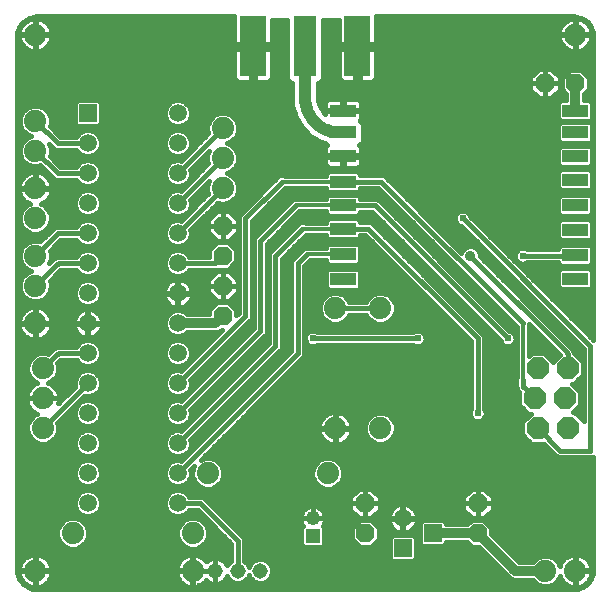
<source format=gtl>
G75*
%MOIN*%
%OFA0B0*%
%FSLAX24Y24*%
%IPPOS*%
%LPD*%
%AMOC8*
5,1,8,0,0,1.08239X$1,22.5*
%
%ADD10R,0.0860X0.0420*%
%ADD11C,0.0515*%
%ADD12OC8,0.0740*%
%ADD13C,0.0740*%
%ADD14R,0.0590X0.0590*%
%ADD15C,0.0590*%
%ADD16R,0.0480X0.0480*%
%ADD17C,0.0480*%
%ADD18OC8,0.0630*%
%ADD19R,0.0750X0.2000*%
%ADD20R,0.0900X0.2000*%
%ADD21C,0.0160*%
%ADD22C,0.0356*%
%ADD23C,0.0320*%
%ADD24C,0.0120*%
%ADD25C,0.0238*%
%ADD26C,0.0400*%
D10*
X011693Y011643D03*
X011693Y012481D03*
X011693Y013331D03*
X011693Y014118D03*
X011693Y014905D03*
X011693Y015755D03*
X011693Y016543D03*
X011693Y017268D03*
X019430Y017268D03*
X019430Y016543D03*
X019430Y015755D03*
X019430Y014968D03*
X019430Y014118D03*
X019430Y013293D03*
X019430Y012456D03*
X019430Y011668D03*
D11*
X008930Y001930D03*
X008180Y001930D03*
X007430Y001930D03*
D12*
X018080Y007680D03*
X018180Y006680D03*
X019180Y006680D03*
X019080Y007680D03*
X019180Y008680D03*
X018180Y008680D03*
D13*
X012930Y006680D03*
X011430Y006680D03*
X011180Y005180D03*
X007180Y005180D03*
X006680Y003180D03*
X006680Y001930D03*
X002680Y003180D03*
X001430Y001930D03*
X001680Y006680D03*
X001680Y007680D03*
X001680Y008680D03*
X001430Y010180D03*
X001430Y011430D03*
X001430Y012430D03*
X001430Y013680D03*
X001430Y014680D03*
X001430Y015930D03*
X001430Y016930D03*
X001430Y019805D03*
X007680Y016680D03*
X007680Y015680D03*
X007680Y014680D03*
X011430Y010680D03*
X012930Y010680D03*
X018430Y001930D03*
X019430Y001930D03*
X010430Y019430D03*
X019430Y019805D03*
D14*
X014680Y003180D03*
X013680Y002680D03*
X003180Y017180D03*
D15*
X003180Y016180D03*
X003180Y015180D03*
X003180Y014180D03*
X003180Y013180D03*
X003180Y012180D03*
X003180Y011180D03*
X003180Y010180D03*
X003180Y009180D03*
X003180Y008180D03*
X003180Y007180D03*
X003180Y006180D03*
X003180Y005180D03*
X003180Y004180D03*
X006180Y004180D03*
X006180Y005180D03*
X006180Y006180D03*
X006180Y007180D03*
X006180Y008180D03*
X006180Y009180D03*
X006180Y010180D03*
X006180Y011180D03*
X006180Y012180D03*
X006180Y013180D03*
X006180Y014180D03*
X006180Y015180D03*
X006180Y016180D03*
X006180Y017180D03*
X013680Y003680D03*
D16*
X010680Y003090D03*
D17*
X010680Y003680D03*
D18*
X012430Y003180D03*
X012430Y004180D03*
X016180Y004180D03*
X016180Y003180D03*
X007680Y010430D03*
X007680Y011430D03*
X007680Y012430D03*
X007680Y013430D03*
X018430Y018180D03*
X019430Y018180D03*
D19*
X010430Y019420D03*
D20*
X008690Y019420D03*
X012170Y019420D03*
D21*
X001010Y001510D02*
X001173Y001391D01*
X001366Y001328D01*
X001467Y001320D01*
X019385Y001320D01*
X019486Y001328D01*
X019679Y001391D01*
X019843Y001510D01*
X019962Y001673D01*
X020024Y001866D01*
X020032Y001967D01*
X020032Y005721D01*
X020021Y005710D01*
X018839Y005710D01*
X018710Y005839D01*
X018379Y006170D01*
X017969Y006170D01*
X017670Y006469D01*
X017670Y006891D01*
X017949Y007170D01*
X017869Y007170D01*
X017570Y007469D01*
X017570Y007879D01*
X017497Y007952D01*
X017497Y007975D01*
X017476Y008025D01*
X017460Y008041D01*
X017460Y008371D01*
X017480Y008391D01*
X017480Y010069D01*
X012863Y014685D01*
X012263Y014685D01*
X012263Y014637D01*
X012181Y014555D01*
X011205Y014555D01*
X011123Y014637D01*
X011123Y014705D01*
X009767Y014705D01*
X008650Y013589D01*
X008650Y010339D01*
X008521Y010210D01*
X006604Y008293D01*
X006615Y008267D01*
X006615Y008093D01*
X006549Y007934D01*
X006426Y007811D01*
X006267Y007745D01*
X006093Y007745D01*
X005934Y007811D01*
X005811Y007934D01*
X005745Y008093D01*
X005745Y008267D01*
X005811Y008426D01*
X005934Y008549D01*
X006093Y008615D01*
X006267Y008615D01*
X006293Y008604D01*
X007664Y009975D01*
X007649Y009975D01*
X007600Y009926D01*
X007490Y009880D01*
X006495Y009880D01*
X006426Y009811D01*
X006267Y009745D01*
X006093Y009745D01*
X005934Y009811D01*
X005811Y009934D01*
X005745Y010093D01*
X005745Y010267D01*
X005811Y010426D01*
X005934Y010549D01*
X006093Y010615D01*
X006267Y010615D01*
X006426Y010549D01*
X006495Y010480D01*
X007225Y010480D01*
X007225Y010618D01*
X007492Y010885D01*
X007868Y010885D01*
X008135Y010618D01*
X008135Y010446D01*
X008210Y010521D01*
X008210Y013771D01*
X009564Y015125D01*
X009747Y015125D01*
X009767Y015105D01*
X011123Y015105D01*
X011123Y015173D01*
X011205Y015255D01*
X012181Y015255D01*
X012263Y015173D01*
X012263Y015125D01*
X013046Y015125D01*
X015631Y012540D01*
X015660Y012610D01*
X015750Y012700D01*
X015867Y012748D01*
X015993Y012748D01*
X016110Y012700D01*
X016200Y012610D01*
X016248Y012493D01*
X016248Y012423D01*
X019363Y009308D01*
X019363Y009285D01*
X019384Y009235D01*
X019400Y009219D01*
X019400Y009181D01*
X019690Y008891D01*
X019690Y008469D01*
X019391Y008170D01*
X019311Y008170D01*
X019590Y007891D01*
X019590Y007469D01*
X019351Y007230D01*
X019408Y007230D01*
X019710Y006928D01*
X019710Y009339D01*
X015628Y013421D01*
X015533Y013460D01*
X015460Y013533D01*
X015421Y013628D01*
X015421Y013732D01*
X015460Y013827D01*
X015533Y013900D01*
X015628Y013939D01*
X015732Y013939D01*
X015827Y013900D01*
X015900Y013827D01*
X015939Y013732D01*
X020021Y009650D01*
X020032Y009639D01*
X020032Y019763D01*
X020024Y019864D01*
X019962Y020057D01*
X019843Y020220D01*
X019679Y020340D01*
X019486Y020402D01*
X019385Y020410D01*
X012800Y020410D01*
X012800Y019500D01*
X012250Y019500D01*
X012250Y019340D01*
X012800Y019340D01*
X012800Y018396D01*
X012788Y018351D01*
X012764Y018309D01*
X012731Y018276D01*
X012689Y018252D01*
X012644Y018240D01*
X012250Y018240D01*
X012250Y019340D01*
X012090Y019340D01*
X012090Y018240D01*
X011696Y018240D01*
X011651Y018252D01*
X011609Y018276D01*
X011576Y018309D01*
X011552Y018351D01*
X011540Y018396D01*
X011540Y019340D01*
X012090Y019340D01*
X012090Y019500D01*
X011540Y019500D01*
X011540Y020290D01*
X011035Y020290D01*
X011035Y018325D01*
X010900Y018190D01*
X010860Y018190D01*
X010860Y017680D01*
X010866Y017588D01*
X010914Y017409D01*
X011006Y017249D01*
X011083Y017172D01*
X011083Y017243D01*
X011668Y017243D01*
X011668Y017293D01*
X011668Y017658D01*
X011240Y017658D01*
X011194Y017645D01*
X011153Y017622D01*
X011119Y017588D01*
X011096Y017547D01*
X011083Y017501D01*
X011083Y017293D01*
X011668Y017293D01*
X011718Y017293D01*
X011718Y017658D01*
X012147Y017658D01*
X012193Y017645D01*
X012234Y017622D01*
X012267Y017588D01*
X012291Y017547D01*
X012303Y017501D01*
X012303Y017293D01*
X011718Y017293D01*
X011718Y017243D01*
X012303Y017243D01*
X012303Y017034D01*
X012291Y016988D01*
X012267Y016947D01*
X012261Y016941D01*
X012353Y016848D01*
X012353Y016237D01*
X012228Y016112D01*
X012234Y016109D01*
X012267Y016076D01*
X012291Y016035D01*
X012303Y015989D01*
X012303Y015780D01*
X011718Y015780D01*
X011718Y015730D01*
X011718Y015365D01*
X012147Y015365D01*
X012193Y015378D01*
X012234Y015401D01*
X012267Y015435D01*
X012291Y015476D01*
X012303Y015522D01*
X012303Y015730D01*
X011718Y015730D01*
X011668Y015730D01*
X011668Y015365D01*
X011240Y015365D01*
X011194Y015378D01*
X011153Y015401D01*
X011119Y015435D01*
X011096Y015476D01*
X011083Y015522D01*
X011083Y015730D01*
X011668Y015730D01*
X011668Y015780D01*
X011083Y015780D01*
X011083Y015989D01*
X011096Y016035D01*
X011119Y016076D01*
X011153Y016109D01*
X011158Y016112D01*
X011084Y016187D01*
X010962Y016220D01*
X010962Y016220D01*
X010605Y016426D01*
X010605Y016426D01*
X010313Y016718D01*
X010313Y016718D01*
X010107Y017075D01*
X010107Y017075D01*
X010000Y017474D01*
X010000Y018190D01*
X009960Y018190D01*
X009825Y018325D01*
X009825Y020290D01*
X009320Y020290D01*
X009320Y019500D01*
X008770Y019500D01*
X008770Y019340D01*
X009320Y019340D01*
X009320Y018396D01*
X009308Y018351D01*
X009284Y018309D01*
X009251Y018276D01*
X009209Y018252D01*
X009164Y018240D01*
X008770Y018240D01*
X008770Y019340D01*
X008610Y019340D01*
X008610Y018240D01*
X008216Y018240D01*
X008171Y018252D01*
X008129Y018276D01*
X008096Y018309D01*
X008072Y018351D01*
X008060Y018396D01*
X008060Y019340D01*
X008610Y019340D01*
X008610Y019500D01*
X008060Y019500D01*
X008060Y020410D01*
X001467Y020410D01*
X001366Y020402D01*
X001173Y020340D01*
X001010Y020220D01*
X000891Y020057D01*
X000828Y019864D01*
X000820Y019763D01*
X000820Y001967D01*
X000828Y001866D01*
X000891Y001673D01*
X001010Y001510D01*
X001027Y001497D02*
X001090Y001497D01*
X001072Y001510D02*
X001142Y001460D01*
X001219Y001420D01*
X001301Y001394D01*
X001387Y001380D01*
X001410Y001380D01*
X001410Y001910D01*
X000880Y001910D01*
X000880Y001887D01*
X000894Y001801D01*
X000920Y001719D01*
X000960Y001642D01*
X001010Y001572D01*
X001072Y001510D01*
X000953Y001656D02*
X000904Y001656D01*
X000892Y001814D02*
X000845Y001814D01*
X000880Y001950D02*
X001410Y001950D01*
X001410Y002480D01*
X001387Y002480D01*
X001301Y002466D01*
X001219Y002440D01*
X001142Y002400D01*
X001072Y002350D01*
X001010Y002288D01*
X000960Y002218D01*
X000920Y002141D01*
X000894Y002059D01*
X000880Y001973D01*
X000880Y001950D01*
X000880Y001973D02*
X000820Y001973D01*
X000820Y002131D02*
X000917Y002131D01*
X001012Y002290D02*
X000820Y002290D01*
X000820Y002448D02*
X001244Y002448D01*
X001410Y002448D02*
X001450Y002448D01*
X001450Y002480D02*
X001450Y001950D01*
X001410Y001950D01*
X001410Y001910D01*
X001450Y001910D01*
X001450Y001950D01*
X001980Y001950D01*
X001980Y001973D01*
X001966Y002059D01*
X001940Y002141D01*
X001900Y002218D01*
X001850Y002288D01*
X001788Y002350D01*
X001718Y002400D01*
X001641Y002440D01*
X001559Y002466D01*
X001473Y002480D01*
X001450Y002480D01*
X001616Y002448D02*
X006494Y002448D01*
X006469Y002440D02*
X006392Y002400D01*
X006322Y002350D01*
X006260Y002288D01*
X006210Y002218D01*
X006170Y002141D01*
X006144Y002059D01*
X006130Y001973D01*
X006130Y001950D01*
X006660Y001950D01*
X006660Y002480D01*
X006637Y002480D01*
X006551Y002466D01*
X006469Y002440D01*
X006660Y002448D02*
X006700Y002448D01*
X006700Y002480D02*
X006700Y001950D01*
X006660Y001950D01*
X006660Y001910D01*
X006130Y001910D01*
X006130Y001887D01*
X006144Y001801D01*
X006170Y001719D01*
X006210Y001642D01*
X006260Y001572D01*
X006322Y001510D01*
X006392Y001460D01*
X006469Y001420D01*
X006551Y001394D01*
X006637Y001380D01*
X006660Y001380D01*
X006660Y001910D01*
X006700Y001910D01*
X006700Y001950D01*
X006993Y001950D01*
X006993Y001930D01*
X006993Y001910D01*
X006700Y001910D01*
X006700Y001380D01*
X006723Y001380D01*
X006809Y001394D01*
X006891Y001420D01*
X006968Y001460D01*
X007038Y001510D01*
X007100Y001572D01*
X007129Y001612D01*
X007145Y001596D01*
X007201Y001556D01*
X007262Y001525D01*
X007328Y001503D01*
X007396Y001493D01*
X007430Y001493D01*
X007430Y001930D01*
X007430Y001930D01*
X007430Y002367D01*
X007464Y002367D01*
X007532Y002357D01*
X007598Y002335D01*
X007659Y002304D01*
X007715Y002264D01*
X007764Y002215D01*
X007804Y002159D01*
X007827Y002115D01*
X007843Y002155D01*
X007955Y002267D01*
X007960Y002269D01*
X007960Y002839D01*
X006839Y003960D01*
X006560Y003960D01*
X006549Y003934D01*
X006426Y003811D01*
X006267Y003745D01*
X006093Y003745D01*
X005934Y003811D01*
X005811Y003934D01*
X005745Y004093D01*
X005745Y004267D01*
X005811Y004426D01*
X005934Y004549D01*
X006093Y004615D01*
X006267Y004615D01*
X006426Y004549D01*
X006549Y004426D01*
X006560Y004400D01*
X007021Y004400D01*
X007150Y004271D01*
X008400Y003021D01*
X008400Y002269D01*
X008405Y002267D01*
X008517Y002155D01*
X008555Y002063D01*
X008593Y002155D01*
X008705Y002267D01*
X008851Y002327D01*
X009009Y002327D01*
X009155Y002267D01*
X009267Y002155D01*
X009327Y002009D01*
X009327Y001851D01*
X009267Y001705D01*
X009155Y001593D01*
X009009Y001533D01*
X008851Y001533D01*
X008705Y001593D01*
X008593Y001705D01*
X008555Y001797D01*
X008517Y001705D01*
X008405Y001593D01*
X008259Y001533D01*
X008101Y001533D01*
X007955Y001593D01*
X007843Y001705D01*
X007827Y001745D01*
X007804Y001701D01*
X007764Y001645D01*
X007715Y001596D01*
X007659Y001556D01*
X007598Y001525D01*
X007532Y001503D01*
X007464Y001493D01*
X007430Y001493D01*
X007430Y001930D01*
X007430Y002367D01*
X007396Y002367D01*
X007328Y002357D01*
X007262Y002335D01*
X007201Y002304D01*
X007145Y002264D01*
X007129Y002248D01*
X007100Y002288D01*
X007038Y002350D01*
X006968Y002400D01*
X006891Y002440D01*
X006809Y002466D01*
X006723Y002480D01*
X006700Y002480D01*
X006866Y002448D02*
X007960Y002448D01*
X007960Y002290D02*
X007679Y002290D01*
X007819Y002131D02*
X007833Y002131D01*
X008180Y001930D02*
X008180Y002930D01*
X006930Y004180D01*
X006180Y004180D01*
X005780Y004350D02*
X003580Y004350D01*
X003549Y004426D02*
X003615Y004267D01*
X003615Y004093D01*
X003549Y003934D01*
X003426Y003811D01*
X003267Y003745D01*
X003093Y003745D01*
X002934Y003811D01*
X002811Y003934D01*
X002745Y004093D01*
X002745Y004267D01*
X002811Y004426D01*
X002934Y004549D01*
X003093Y004615D01*
X003267Y004615D01*
X003426Y004549D01*
X003549Y004426D01*
X003467Y004509D02*
X005893Y004509D01*
X005934Y004811D02*
X006093Y004745D01*
X006267Y004745D01*
X006426Y004811D01*
X006549Y004934D01*
X006615Y005093D01*
X006615Y005267D01*
X006604Y005293D01*
X006725Y005414D01*
X006670Y005281D01*
X006670Y005079D01*
X006748Y004891D01*
X006891Y004748D01*
X007079Y004670D01*
X007281Y004670D01*
X007469Y004748D01*
X007612Y004891D01*
X007690Y005079D01*
X007690Y005281D01*
X007612Y005469D01*
X007469Y005612D01*
X007281Y005690D01*
X007079Y005690D01*
X006946Y005635D01*
X010271Y008960D01*
X010400Y009089D01*
X010400Y012089D01*
X010592Y012281D01*
X011123Y012281D01*
X011123Y012213D01*
X011205Y012131D01*
X012181Y012131D01*
X012263Y012213D01*
X012263Y012749D01*
X012181Y012831D01*
X011205Y012831D01*
X011123Y012749D01*
X011123Y012681D01*
X010592Y012681D01*
X010572Y012701D01*
X010390Y012701D01*
X009960Y012271D01*
X009960Y009271D01*
X006293Y005604D01*
X006267Y005615D01*
X006093Y005615D01*
X005934Y005549D01*
X005811Y005426D01*
X005745Y005267D01*
X005745Y005093D01*
X005811Y004934D01*
X005934Y004811D01*
X005919Y004826D02*
X003441Y004826D01*
X003426Y004811D02*
X003549Y004934D01*
X003615Y005093D01*
X003615Y005267D01*
X003549Y005426D01*
X003426Y005549D01*
X003267Y005615D01*
X003093Y005615D01*
X002934Y005549D01*
X002811Y005426D01*
X002745Y005267D01*
X002745Y005093D01*
X002811Y004934D01*
X002934Y004811D01*
X003093Y004745D01*
X003267Y004745D01*
X003426Y004811D01*
X003570Y004984D02*
X005790Y004984D01*
X005745Y005143D02*
X003615Y005143D01*
X003601Y005301D02*
X005759Y005301D01*
X005844Y005460D02*
X003516Y005460D01*
X003343Y005777D02*
X006017Y005777D01*
X006093Y005745D02*
X006267Y005745D01*
X006426Y005811D01*
X006549Y005934D01*
X006615Y006093D01*
X006615Y006267D01*
X006604Y006293D01*
X009521Y009210D01*
X009650Y009339D01*
X009650Y012339D01*
X010442Y013131D01*
X011123Y013131D01*
X011123Y013063D01*
X011205Y012981D01*
X012181Y012981D01*
X012263Y013063D01*
X012263Y013111D01*
X012438Y013111D01*
X015960Y009589D01*
X015960Y007326D01*
X015921Y007232D01*
X015921Y007128D01*
X015960Y007033D01*
X016033Y006960D01*
X016128Y006921D01*
X016232Y006921D01*
X016327Y006960D01*
X016400Y007033D01*
X016439Y007128D01*
X016439Y007232D01*
X016400Y007326D01*
X016400Y009771D01*
X012749Y013422D01*
X012621Y013551D01*
X012263Y013551D01*
X012263Y013599D01*
X012181Y013681D01*
X011205Y013681D01*
X011123Y013599D01*
X011123Y013531D01*
X010442Y013531D01*
X010422Y013551D01*
X010239Y013551D01*
X009210Y012521D01*
X009210Y009521D01*
X006293Y006604D01*
X006267Y006615D01*
X006093Y006615D01*
X005934Y006549D01*
X005811Y006426D01*
X005745Y006267D01*
X005745Y006093D01*
X005811Y005934D01*
X005934Y005811D01*
X006093Y005745D01*
X006307Y005618D02*
X000820Y005618D01*
X000820Y005460D02*
X002844Y005460D01*
X002759Y005301D02*
X000820Y005301D01*
X000820Y005143D02*
X002745Y005143D01*
X002790Y004984D02*
X000820Y004984D01*
X000820Y004826D02*
X002919Y004826D01*
X002893Y004509D02*
X000820Y004509D01*
X000820Y004667D02*
X012217Y004667D01*
X012225Y004675D02*
X011935Y004385D01*
X011935Y004180D01*
X012430Y004180D01*
X012430Y004180D01*
X012430Y004675D01*
X012635Y004675D01*
X012925Y004385D01*
X012925Y004180D01*
X012430Y004180D01*
X012430Y004180D01*
X012430Y004180D01*
X012430Y004675D01*
X012225Y004675D01*
X012430Y004667D02*
X012430Y004667D01*
X012430Y004509D02*
X012430Y004509D01*
X012430Y004350D02*
X012430Y004350D01*
X012430Y004192D02*
X012430Y004192D01*
X012430Y004180D02*
X011935Y004180D01*
X011935Y003975D01*
X012225Y003685D01*
X012430Y003685D01*
X012635Y003685D01*
X012925Y003975D01*
X012925Y004180D01*
X012430Y004180D01*
X012430Y003685D01*
X012430Y004180D01*
X012430Y004180D01*
X012430Y004033D02*
X012430Y004033D01*
X012430Y003875D02*
X012430Y003875D01*
X012430Y003716D02*
X012430Y003716D01*
X012618Y003635D02*
X012242Y003635D01*
X011975Y003368D01*
X011975Y002992D01*
X012242Y002725D01*
X012618Y002725D01*
X012885Y002992D01*
X012885Y003368D01*
X012618Y003635D01*
X012666Y003716D02*
X013205Y003716D01*
X013205Y003717D02*
X013205Y003698D01*
X013662Y003698D01*
X013662Y004155D01*
X013643Y004155D01*
X013569Y004143D01*
X013498Y004120D01*
X013431Y004086D01*
X013371Y004042D01*
X013318Y003989D01*
X013274Y003929D01*
X013240Y003862D01*
X013217Y003791D01*
X013205Y003717D01*
X013205Y003662D02*
X013205Y003643D01*
X013217Y003569D01*
X013240Y003498D01*
X013274Y003431D01*
X013318Y003371D01*
X013371Y003318D01*
X013431Y003274D01*
X013498Y003240D01*
X013569Y003217D01*
X013643Y003205D01*
X013662Y003205D01*
X013662Y003662D01*
X013205Y003662D01*
X013220Y003558D02*
X012696Y003558D01*
X012854Y003399D02*
X013297Y003399D01*
X013496Y003241D02*
X012885Y003241D01*
X012885Y003082D02*
X013294Y003082D01*
X013327Y003115D02*
X013245Y003033D01*
X013245Y002327D01*
X013327Y002245D01*
X014033Y002245D01*
X014115Y002327D01*
X014115Y003033D01*
X014033Y003115D01*
X013327Y003115D01*
X013245Y002924D02*
X012817Y002924D01*
X012658Y002765D02*
X013245Y002765D01*
X013245Y002607D02*
X008400Y002607D01*
X008400Y002765D02*
X010327Y002765D01*
X010300Y002792D02*
X010382Y002710D01*
X010978Y002710D01*
X011060Y002792D01*
X011060Y003388D01*
X011018Y003430D01*
X011039Y003460D01*
X011069Y003519D01*
X011090Y003582D01*
X011100Y003647D01*
X011100Y003680D01*
X011100Y003713D01*
X011090Y003778D01*
X011069Y003841D01*
X011039Y003900D01*
X011000Y003954D01*
X010954Y004000D01*
X010900Y004039D01*
X010841Y004069D01*
X010778Y004090D01*
X010713Y004100D01*
X010680Y004100D01*
X010680Y003680D01*
X011100Y003680D01*
X010680Y003680D01*
X010680Y003680D01*
X010680Y003680D01*
X010680Y004100D01*
X010647Y004100D01*
X010582Y004090D01*
X010519Y004069D01*
X010460Y004039D01*
X010406Y004000D01*
X010360Y003954D01*
X010321Y003900D01*
X010291Y003841D01*
X010270Y003778D01*
X010260Y003713D01*
X010260Y003680D01*
X010680Y003680D01*
X010680Y003680D01*
X010260Y003680D01*
X010260Y003647D01*
X010270Y003582D01*
X010291Y003519D01*
X010321Y003460D01*
X010342Y003430D01*
X010300Y003388D01*
X010300Y002792D01*
X010300Y002924D02*
X008400Y002924D01*
X008339Y003082D02*
X010300Y003082D01*
X010300Y003241D02*
X008181Y003241D01*
X008022Y003399D02*
X010311Y003399D01*
X010278Y003558D02*
X007864Y003558D01*
X007705Y003716D02*
X010260Y003716D01*
X010308Y003875D02*
X007547Y003875D01*
X007388Y004033D02*
X010451Y004033D01*
X010680Y004033D02*
X010680Y004033D01*
X010680Y003875D02*
X010680Y003875D01*
X010680Y003716D02*
X010680Y003716D01*
X010909Y004033D02*
X011935Y004033D01*
X011935Y004192D02*
X007230Y004192D01*
X007071Y004350D02*
X011935Y004350D01*
X012058Y004509D02*
X006467Y004509D01*
X006441Y004826D02*
X006813Y004826D01*
X006709Y004984D02*
X006570Y004984D01*
X006615Y005143D02*
X006670Y005143D01*
X006678Y005301D02*
X006612Y005301D01*
X006180Y005180D02*
X010180Y009180D01*
X010180Y012180D01*
X010481Y012481D01*
X010281Y012592D02*
X009903Y012592D01*
X009745Y012434D02*
X010122Y012434D01*
X009964Y012275D02*
X009650Y012275D01*
X009650Y012117D02*
X009960Y012117D01*
X009960Y011958D02*
X009650Y011958D01*
X009650Y011800D02*
X009960Y011800D01*
X009960Y011641D02*
X009650Y011641D01*
X009650Y011483D02*
X009960Y011483D01*
X009960Y011324D02*
X009650Y011324D01*
X009650Y011166D02*
X009960Y011166D01*
X009960Y011007D02*
X009650Y011007D01*
X009650Y010849D02*
X009960Y010849D01*
X009960Y010690D02*
X009650Y010690D01*
X009650Y010532D02*
X009960Y010532D01*
X009960Y010373D02*
X009650Y010373D01*
X009650Y010215D02*
X009960Y010215D01*
X009960Y010056D02*
X009650Y010056D01*
X009650Y009898D02*
X009960Y009898D01*
X009960Y009739D02*
X009650Y009739D01*
X009650Y009581D02*
X009960Y009581D01*
X009960Y009422D02*
X009650Y009422D01*
X009575Y009264D02*
X009952Y009264D01*
X009794Y009105D02*
X009416Y009105D01*
X009258Y008947D02*
X009635Y008947D01*
X009477Y008788D02*
X009099Y008788D01*
X008941Y008630D02*
X009318Y008630D01*
X009160Y008471D02*
X008782Y008471D01*
X008624Y008313D02*
X009001Y008313D01*
X008843Y008154D02*
X008465Y008154D01*
X008307Y007996D02*
X008684Y007996D01*
X008526Y007837D02*
X008148Y007837D01*
X007990Y007679D02*
X008367Y007679D01*
X008209Y007520D02*
X007831Y007520D01*
X007673Y007362D02*
X008050Y007362D01*
X007892Y007203D02*
X007514Y007203D01*
X007356Y007045D02*
X007733Y007045D01*
X007575Y006886D02*
X007197Y006886D01*
X007039Y006728D02*
X007416Y006728D01*
X007258Y006569D02*
X006880Y006569D01*
X006722Y006411D02*
X007099Y006411D01*
X006941Y006252D02*
X006615Y006252D01*
X006615Y006094D02*
X006782Y006094D01*
X006624Y005935D02*
X006549Y005935D01*
X006465Y005777D02*
X006343Y005777D01*
X006180Y006180D02*
X009430Y009430D01*
X009430Y012430D01*
X010331Y013331D01*
X010429Y013543D02*
X011123Y013543D01*
X011205Y013768D02*
X012181Y013768D01*
X012263Y013850D01*
X012263Y013898D01*
X012651Y013898D01*
X016921Y009628D01*
X016960Y009533D01*
X017033Y009460D01*
X017128Y009421D01*
X017232Y009421D01*
X017327Y009460D01*
X017400Y009533D01*
X017439Y009628D01*
X017439Y009732D01*
X017400Y009827D01*
X017327Y009900D01*
X017232Y009939D01*
X012962Y014209D01*
X012833Y014338D01*
X012263Y014338D01*
X012263Y014386D01*
X012181Y014468D01*
X011205Y014468D01*
X011123Y014386D01*
X011123Y014318D01*
X010229Y014318D01*
X010209Y014338D01*
X010027Y014338D01*
X008710Y013021D01*
X008710Y010021D01*
X006293Y007604D01*
X006267Y007615D01*
X006093Y007615D01*
X005934Y007549D01*
X005811Y007426D01*
X005745Y007267D01*
X005745Y007093D01*
X005811Y006934D01*
X005934Y006811D01*
X006093Y006745D01*
X006267Y006745D01*
X006426Y006811D01*
X006549Y006934D01*
X006615Y007093D01*
X006615Y007267D01*
X006604Y007293D01*
X009021Y009710D01*
X009150Y009839D01*
X009150Y012839D01*
X010229Y013918D01*
X011123Y013918D01*
X011123Y013850D01*
X011205Y013768D01*
X011123Y013860D02*
X010171Y013860D01*
X010013Y013702D02*
X012847Y013702D01*
X012689Y013860D02*
X012263Y013860D01*
X012628Y013543D02*
X013006Y013543D01*
X013164Y013385D02*
X012787Y013385D01*
X012945Y013226D02*
X013323Y013226D01*
X013481Y013068D02*
X013104Y013068D01*
X013262Y012909D02*
X013640Y012909D01*
X013798Y012751D02*
X013421Y012751D01*
X013579Y012592D02*
X013957Y012592D01*
X014115Y012434D02*
X013738Y012434D01*
X013896Y012275D02*
X014274Y012275D01*
X014432Y012117D02*
X014055Y012117D01*
X014213Y011958D02*
X014591Y011958D01*
X014749Y011800D02*
X014372Y011800D01*
X014530Y011641D02*
X014908Y011641D01*
X015066Y011483D02*
X014689Y011483D01*
X014847Y011324D02*
X015225Y011324D01*
X015383Y011166D02*
X015006Y011166D01*
X015164Y011007D02*
X015542Y011007D01*
X015700Y010849D02*
X015323Y010849D01*
X015481Y010690D02*
X015859Y010690D01*
X016017Y010532D02*
X015640Y010532D01*
X015798Y010373D02*
X016176Y010373D01*
X016334Y010215D02*
X015957Y010215D01*
X016115Y010056D02*
X016493Y010056D01*
X016651Y009898D02*
X016274Y009898D01*
X016400Y009739D02*
X016810Y009739D01*
X016941Y009581D02*
X016400Y009581D01*
X016400Y009422D02*
X017126Y009422D01*
X017234Y009422D02*
X017480Y009422D01*
X017480Y009264D02*
X016400Y009264D01*
X016400Y009105D02*
X017480Y009105D01*
X017480Y008947D02*
X016400Y008947D01*
X016400Y008788D02*
X017480Y008788D01*
X017480Y008630D02*
X016400Y008630D01*
X016400Y008471D02*
X017480Y008471D01*
X017460Y008313D02*
X016400Y008313D01*
X016400Y008154D02*
X017460Y008154D01*
X017488Y007996D02*
X016400Y007996D01*
X016400Y007837D02*
X017570Y007837D01*
X017570Y007679D02*
X016400Y007679D01*
X016400Y007520D02*
X017570Y007520D01*
X017677Y007362D02*
X016400Y007362D01*
X016439Y007203D02*
X017836Y007203D01*
X017823Y007045D02*
X016404Y007045D01*
X016180Y007180D02*
X016180Y009680D01*
X012529Y013331D01*
X011693Y013331D01*
X011123Y013068D02*
X010379Y013068D01*
X010220Y012909D02*
X012640Y012909D01*
X012798Y012751D02*
X012261Y012751D01*
X012263Y012592D02*
X012957Y012592D01*
X013115Y012434D02*
X012263Y012434D01*
X012263Y012275D02*
X013274Y012275D01*
X013432Y012117D02*
X010428Y012117D01*
X010400Y011958D02*
X011170Y011958D01*
X011205Y011993D02*
X011123Y011911D01*
X011123Y011375D01*
X011205Y011293D01*
X012181Y011293D01*
X012263Y011375D01*
X012263Y011911D01*
X012181Y011993D01*
X011205Y011993D01*
X011123Y011800D02*
X010400Y011800D01*
X010400Y011641D02*
X011123Y011641D01*
X011123Y011483D02*
X010400Y011483D01*
X010400Y011324D02*
X011174Y011324D01*
X011269Y011166D02*
X010400Y011166D01*
X010400Y011007D02*
X011036Y011007D01*
X010998Y010969D02*
X010920Y010781D01*
X010920Y010579D01*
X010998Y010391D01*
X011141Y010248D01*
X011329Y010170D01*
X011531Y010170D01*
X011719Y010248D01*
X011862Y010391D01*
X011891Y010460D01*
X012469Y010460D01*
X012498Y010391D01*
X012641Y010248D01*
X012829Y010170D01*
X013031Y010170D01*
X013219Y010248D01*
X013362Y010391D01*
X013440Y010579D01*
X013440Y010781D01*
X013362Y010969D01*
X013219Y011112D01*
X013031Y011190D01*
X012829Y011190D01*
X012641Y011112D01*
X012498Y010969D01*
X012469Y010900D01*
X011891Y010900D01*
X011862Y010969D01*
X011719Y011112D01*
X011531Y011190D01*
X011329Y011190D01*
X011141Y011112D01*
X010998Y010969D01*
X010948Y010849D02*
X010400Y010849D01*
X010400Y010690D02*
X010920Y010690D01*
X010939Y010532D02*
X010400Y010532D01*
X010400Y010373D02*
X011016Y010373D01*
X011221Y010215D02*
X010400Y010215D01*
X010400Y010056D02*
X015493Y010056D01*
X015651Y009898D02*
X014329Y009898D01*
X014327Y009900D02*
X014232Y009939D01*
X014128Y009939D01*
X014034Y009900D01*
X010826Y009900D01*
X010732Y009939D01*
X010628Y009939D01*
X010533Y009900D01*
X010460Y009827D01*
X010421Y009732D01*
X010421Y009628D01*
X010460Y009533D01*
X010533Y009460D01*
X010628Y009421D01*
X010732Y009421D01*
X010826Y009460D01*
X014034Y009460D01*
X014128Y009421D01*
X014232Y009421D01*
X014327Y009460D01*
X014400Y009533D01*
X014439Y009628D01*
X014439Y009732D01*
X014400Y009827D01*
X014327Y009900D01*
X014436Y009739D02*
X015810Y009739D01*
X015960Y009581D02*
X014419Y009581D01*
X014234Y009422D02*
X015960Y009422D01*
X015960Y009264D02*
X010400Y009264D01*
X010400Y009422D02*
X010626Y009422D01*
X010734Y009422D02*
X014126Y009422D01*
X014180Y009680D02*
X010680Y009680D01*
X010531Y009898D02*
X010400Y009898D01*
X010400Y009739D02*
X010424Y009739D01*
X010441Y009581D02*
X010400Y009581D01*
X010400Y009105D02*
X015960Y009105D01*
X015960Y008947D02*
X010258Y008947D01*
X010099Y008788D02*
X015960Y008788D01*
X015960Y008630D02*
X009941Y008630D01*
X009782Y008471D02*
X015960Y008471D01*
X015960Y008313D02*
X009624Y008313D01*
X009465Y008154D02*
X015960Y008154D01*
X015960Y007996D02*
X009307Y007996D01*
X009148Y007837D02*
X015960Y007837D01*
X015960Y007679D02*
X008990Y007679D01*
X008831Y007520D02*
X015960Y007520D01*
X015960Y007362D02*
X008673Y007362D01*
X008514Y007203D02*
X011260Y007203D01*
X011219Y007190D02*
X011142Y007150D01*
X011072Y007100D01*
X011010Y007038D01*
X010960Y006968D01*
X010920Y006891D01*
X010894Y006809D01*
X010880Y006723D01*
X010880Y006689D01*
X011421Y006689D01*
X011421Y007230D01*
X011387Y007230D01*
X011301Y007216D01*
X011219Y007190D01*
X011421Y007203D02*
X011439Y007203D01*
X011439Y007230D02*
X011439Y006689D01*
X011421Y006689D01*
X011421Y006671D01*
X010880Y006671D01*
X010880Y006637D01*
X010894Y006551D01*
X010920Y006469D01*
X010960Y006392D01*
X011010Y006322D01*
X011072Y006260D01*
X011142Y006210D01*
X011219Y006170D01*
X011301Y006144D01*
X011387Y006130D01*
X011421Y006130D01*
X011421Y006671D01*
X011439Y006671D01*
X011439Y006689D01*
X011980Y006689D01*
X011980Y006723D01*
X011966Y006809D01*
X011940Y006891D01*
X011900Y006968D01*
X011850Y007038D01*
X011788Y007100D01*
X011718Y007150D01*
X011641Y007190D01*
X011559Y007216D01*
X011473Y007230D01*
X011439Y007230D01*
X011600Y007203D02*
X015921Y007203D01*
X015956Y007045D02*
X013287Y007045D01*
X013219Y007112D02*
X013362Y006969D01*
X013440Y006781D01*
X013440Y006579D01*
X013362Y006391D01*
X013219Y006248D01*
X013031Y006170D01*
X012829Y006170D01*
X012641Y006248D01*
X012498Y006391D01*
X012420Y006579D01*
X012420Y006781D01*
X012498Y006969D01*
X012641Y007112D01*
X012829Y007190D01*
X013031Y007190D01*
X013219Y007112D01*
X013397Y006886D02*
X017670Y006886D01*
X017670Y006728D02*
X013440Y006728D01*
X013436Y006569D02*
X017670Y006569D01*
X017728Y006411D02*
X013370Y006411D01*
X013223Y006252D02*
X017887Y006252D01*
X018180Y006680D02*
X018930Y005930D01*
X019930Y005930D01*
X019930Y009430D01*
X015680Y013680D01*
X015494Y013860D02*
X014311Y013860D01*
X014153Y014019D02*
X018860Y014019D01*
X018860Y014177D02*
X013994Y014177D01*
X013836Y014336D02*
X018860Y014336D01*
X018860Y014386D02*
X018942Y014468D01*
X019918Y014468D01*
X020000Y014386D01*
X020000Y013850D01*
X019918Y013768D01*
X018942Y013768D01*
X018860Y013850D01*
X018860Y014386D01*
X018942Y014618D02*
X019918Y014618D01*
X020000Y014700D01*
X020000Y015236D01*
X019918Y015318D01*
X018942Y015318D01*
X018860Y015236D01*
X018860Y014700D01*
X018942Y014618D01*
X018907Y014653D02*
X013519Y014653D01*
X013360Y014811D02*
X018860Y014811D01*
X018860Y014970D02*
X013202Y014970D01*
X012955Y014905D02*
X017680Y010180D01*
X017900Y010149D02*
X018914Y009135D01*
X018680Y008901D01*
X018391Y009190D01*
X017969Y009190D01*
X017880Y009101D01*
X017880Y010069D01*
X017900Y010089D01*
X017900Y010149D01*
X017880Y010056D02*
X017993Y010056D01*
X017880Y009898D02*
X018151Y009898D01*
X018310Y009739D02*
X017880Y009739D01*
X017880Y009581D02*
X018468Y009581D01*
X018627Y009422D02*
X017880Y009422D01*
X017880Y009264D02*
X018785Y009264D01*
X018884Y009105D02*
X018476Y009105D01*
X018635Y008947D02*
X018725Y008947D01*
X019180Y009128D02*
X019178Y009148D01*
X019174Y009167D01*
X019166Y009185D01*
X019156Y009201D01*
X019143Y009216D01*
X019143Y009217D02*
X015930Y012430D01*
X015653Y012592D02*
X015579Y012592D01*
X015421Y012751D02*
X016298Y012751D01*
X016207Y012592D02*
X016457Y012592D01*
X016615Y012434D02*
X016248Y012434D01*
X016396Y012275D02*
X016774Y012275D01*
X016932Y012117D02*
X016555Y012117D01*
X016713Y011958D02*
X017091Y011958D01*
X017249Y011800D02*
X016872Y011800D01*
X017030Y011641D02*
X017408Y011641D01*
X017566Y011483D02*
X017189Y011483D01*
X017347Y011324D02*
X017725Y011324D01*
X017883Y011166D02*
X017506Y011166D01*
X017664Y011007D02*
X018042Y011007D01*
X018200Y010849D02*
X017823Y010849D01*
X017981Y010690D02*
X018359Y010690D01*
X018517Y010532D02*
X018140Y010532D01*
X018298Y010373D02*
X018676Y010373D01*
X018834Y010215D02*
X018457Y010215D01*
X018615Y010056D02*
X018993Y010056D01*
X019151Y009898D02*
X018774Y009898D01*
X018932Y009739D02*
X019310Y009739D01*
X019468Y009581D02*
X019091Y009581D01*
X019249Y009422D02*
X019627Y009422D01*
X019710Y009264D02*
X019372Y009264D01*
X019476Y009105D02*
X019710Y009105D01*
X019710Y008947D02*
X019635Y008947D01*
X019690Y008788D02*
X019710Y008788D01*
X019710Y008630D02*
X019690Y008630D01*
X019690Y008471D02*
X019710Y008471D01*
X019710Y008313D02*
X019534Y008313D01*
X019710Y008154D02*
X019327Y008154D01*
X019486Y007996D02*
X019710Y007996D01*
X019710Y007837D02*
X019590Y007837D01*
X019590Y007679D02*
X019710Y007679D01*
X019710Y007520D02*
X019590Y007520D01*
X019483Y007362D02*
X019710Y007362D01*
X019710Y007203D02*
X019435Y007203D01*
X019593Y007045D02*
X019710Y007045D01*
X018614Y005935D02*
X007246Y005935D01*
X007088Y005777D02*
X018772Y005777D01*
X018455Y006094D02*
X007405Y006094D01*
X007563Y006252D02*
X011083Y006252D01*
X010950Y006411D02*
X007722Y006411D01*
X007880Y006569D02*
X010891Y006569D01*
X010881Y006728D02*
X008039Y006728D01*
X008197Y006886D02*
X010919Y006886D01*
X011017Y007045D02*
X008356Y007045D01*
X007526Y007837D02*
X007148Y007837D01*
X006990Y007679D02*
X007367Y007679D01*
X007209Y007520D02*
X006831Y007520D01*
X006673Y007362D02*
X007050Y007362D01*
X006892Y007203D02*
X006615Y007203D01*
X006595Y007045D02*
X006733Y007045D01*
X006575Y006886D02*
X006501Y006886D01*
X006416Y006728D02*
X002190Y006728D01*
X002190Y006781D02*
X002161Y006850D01*
X003067Y007756D01*
X003093Y007745D01*
X003267Y007745D01*
X003426Y007811D01*
X003549Y007934D01*
X003615Y008093D01*
X003615Y008267D01*
X003549Y008426D01*
X003426Y008549D01*
X003267Y008615D01*
X003093Y008615D01*
X002934Y008549D01*
X002811Y008426D01*
X002745Y008267D01*
X002745Y008093D01*
X002756Y008067D01*
X002205Y007516D01*
X002216Y007551D01*
X002230Y007637D01*
X002230Y007680D01*
X002230Y007723D01*
X002216Y007809D01*
X002190Y007891D01*
X002150Y007968D01*
X002100Y008038D01*
X002038Y008100D01*
X001968Y008150D01*
X001891Y008190D01*
X001856Y008201D01*
X001969Y008248D01*
X002112Y008391D01*
X002190Y008579D01*
X002190Y008781D01*
X002161Y008850D01*
X002271Y008960D01*
X002800Y008960D01*
X002811Y008934D01*
X002934Y008811D01*
X003093Y008745D01*
X003267Y008745D01*
X003426Y008811D01*
X003549Y008934D01*
X003615Y009093D01*
X003615Y009267D01*
X003549Y009426D01*
X003426Y009549D01*
X003267Y009615D01*
X003093Y009615D01*
X002934Y009549D01*
X002811Y009426D01*
X002800Y009400D01*
X002141Y009400D01*
X002125Y009384D01*
X002075Y009363D01*
X002052Y009363D01*
X001850Y009161D01*
X001781Y009190D01*
X001579Y009190D01*
X001391Y009112D01*
X001248Y008969D01*
X001170Y008781D01*
X001170Y008579D01*
X001248Y008391D01*
X001391Y008248D01*
X001504Y008201D01*
X001469Y008190D01*
X001392Y008150D01*
X001322Y008100D01*
X001260Y008038D01*
X001210Y007968D01*
X001170Y007891D01*
X001144Y007809D01*
X001130Y007723D01*
X001130Y007680D01*
X001680Y007680D01*
X002230Y007680D01*
X001680Y007680D01*
X001680Y007680D01*
X001680Y007680D01*
X001130Y007680D01*
X001130Y007637D01*
X001144Y007551D01*
X001170Y007469D01*
X001210Y007392D01*
X001260Y007322D01*
X001322Y007260D01*
X001392Y007210D01*
X001469Y007170D01*
X001504Y007159D01*
X001391Y007112D01*
X001248Y006969D01*
X001170Y006781D01*
X001170Y006579D01*
X001248Y006391D01*
X001391Y006248D01*
X001579Y006170D01*
X001781Y006170D01*
X001969Y006248D01*
X002112Y006391D01*
X002190Y006579D01*
X002190Y006781D01*
X002197Y006886D02*
X002859Y006886D01*
X002811Y006934D02*
X002934Y006811D01*
X003093Y006745D01*
X003267Y006745D01*
X003426Y006811D01*
X003549Y006934D01*
X003615Y007093D01*
X003615Y007267D01*
X003549Y007426D01*
X003426Y007549D01*
X003267Y007615D01*
X003093Y007615D01*
X002934Y007549D01*
X002811Y007426D01*
X002745Y007267D01*
X002745Y007093D01*
X002811Y006934D01*
X002765Y007045D02*
X002356Y007045D01*
X002514Y007203D02*
X002745Y007203D01*
X002784Y007362D02*
X002673Y007362D01*
X002831Y007520D02*
X002905Y007520D01*
X002990Y007679D02*
X006367Y007679D01*
X006452Y007837D02*
X006526Y007837D01*
X006574Y007996D02*
X006684Y007996D01*
X006615Y008154D02*
X006843Y008154D01*
X007001Y008313D02*
X006624Y008313D01*
X006782Y008471D02*
X007160Y008471D01*
X007318Y008630D02*
X006941Y008630D01*
X007099Y008788D02*
X007477Y008788D01*
X007635Y008947D02*
X007258Y008947D01*
X007416Y009105D02*
X007794Y009105D01*
X007952Y009264D02*
X007575Y009264D01*
X007733Y009422D02*
X008111Y009422D01*
X008269Y009581D02*
X007892Y009581D01*
X008050Y009739D02*
X008428Y009739D01*
X008586Y009898D02*
X008209Y009898D01*
X008367Y010056D02*
X008710Y010056D01*
X008710Y010215D02*
X008526Y010215D01*
X008650Y010373D02*
X008710Y010373D01*
X008710Y010532D02*
X008650Y010532D01*
X008650Y010690D02*
X008710Y010690D01*
X008710Y010849D02*
X008650Y010849D01*
X008650Y011007D02*
X008710Y011007D01*
X008710Y011166D02*
X008650Y011166D01*
X008650Y011324D02*
X008710Y011324D01*
X008710Y011483D02*
X008650Y011483D01*
X008650Y011641D02*
X008710Y011641D01*
X008710Y011800D02*
X008650Y011800D01*
X008650Y011958D02*
X008710Y011958D01*
X008710Y012117D02*
X008650Y012117D01*
X008650Y012275D02*
X008710Y012275D01*
X008710Y012434D02*
X008650Y012434D01*
X008650Y012592D02*
X008710Y012592D01*
X008710Y012751D02*
X008650Y012751D01*
X008650Y012909D02*
X008710Y012909D01*
X008756Y013068D02*
X008650Y013068D01*
X008650Y013226D02*
X008915Y013226D01*
X009073Y013385D02*
X008650Y013385D01*
X008650Y013543D02*
X009232Y013543D01*
X009390Y013702D02*
X008763Y013702D01*
X008921Y013860D02*
X009549Y013860D01*
X009707Y014019D02*
X009080Y014019D01*
X009238Y014177D02*
X009866Y014177D01*
X010024Y014336D02*
X009397Y014336D01*
X009555Y014494D02*
X013055Y014494D01*
X013213Y014336D02*
X012836Y014336D01*
X012994Y014177D02*
X013372Y014177D01*
X013530Y014019D02*
X013153Y014019D01*
X013311Y013860D02*
X013689Y013860D01*
X013847Y013702D02*
X013470Y013702D01*
X013628Y013543D02*
X014006Y013543D01*
X014164Y013385D02*
X013787Y013385D01*
X013945Y013226D02*
X014323Y013226D01*
X014481Y013068D02*
X014104Y013068D01*
X014262Y012909D02*
X014640Y012909D01*
X014798Y012751D02*
X014421Y012751D01*
X014579Y012592D02*
X014957Y012592D01*
X015115Y012434D02*
X014738Y012434D01*
X014896Y012275D02*
X015274Y012275D01*
X015432Y012117D02*
X015055Y012117D01*
X015213Y011958D02*
X015591Y011958D01*
X015749Y011800D02*
X015372Y011800D01*
X015530Y011641D02*
X015908Y011641D01*
X016066Y011483D02*
X015689Y011483D01*
X015847Y011324D02*
X016225Y011324D01*
X016383Y011166D02*
X016006Y011166D01*
X016164Y011007D02*
X016542Y011007D01*
X016700Y010849D02*
X016323Y010849D01*
X016481Y010690D02*
X016859Y010690D01*
X017017Y010532D02*
X016640Y010532D01*
X016798Y010373D02*
X017176Y010373D01*
X017334Y010215D02*
X016957Y010215D01*
X017115Y010056D02*
X017480Y010056D01*
X017480Y009898D02*
X017329Y009898D01*
X017436Y009739D02*
X017480Y009739D01*
X017480Y009581D02*
X017419Y009581D01*
X017180Y009680D02*
X012742Y014118D01*
X011693Y014118D01*
X011123Y014336D02*
X010212Y014336D01*
X010118Y014118D02*
X008930Y012930D01*
X008930Y009930D01*
X006180Y007180D01*
X005784Y007362D02*
X003576Y007362D01*
X003615Y007203D02*
X005745Y007203D01*
X005765Y007045D02*
X003595Y007045D01*
X003501Y006886D02*
X005859Y006886D01*
X005982Y006569D02*
X003378Y006569D01*
X003426Y006549D02*
X003267Y006615D01*
X003093Y006615D01*
X002934Y006549D01*
X002811Y006426D01*
X002745Y006267D01*
X002745Y006093D01*
X002811Y005934D01*
X002934Y005811D01*
X003093Y005745D01*
X003267Y005745D01*
X003426Y005811D01*
X003549Y005934D01*
X003615Y006093D01*
X003615Y006267D01*
X003549Y006426D01*
X003426Y006549D01*
X003555Y006411D02*
X005805Y006411D01*
X005745Y006252D02*
X003615Y006252D01*
X003615Y006094D02*
X005745Y006094D01*
X005811Y005935D02*
X003549Y005935D01*
X003017Y005777D02*
X000820Y005777D01*
X000820Y005935D02*
X002811Y005935D01*
X002745Y006094D02*
X000820Y006094D01*
X000820Y006252D02*
X001387Y006252D01*
X001240Y006411D02*
X000820Y006411D01*
X000820Y006569D02*
X001174Y006569D01*
X001170Y006728D02*
X000820Y006728D01*
X000820Y006886D02*
X001213Y006886D01*
X001323Y007045D02*
X000820Y007045D01*
X000820Y007203D02*
X001405Y007203D01*
X001232Y007362D02*
X000820Y007362D01*
X000820Y007520D02*
X001154Y007520D01*
X001130Y007679D02*
X000820Y007679D01*
X000820Y007837D02*
X001153Y007837D01*
X001229Y007996D02*
X000820Y007996D01*
X000820Y008154D02*
X001399Y008154D01*
X001326Y008313D02*
X000820Y008313D01*
X000820Y008471D02*
X001215Y008471D01*
X001170Y008630D02*
X000820Y008630D01*
X000820Y008788D02*
X001173Y008788D01*
X001238Y008947D02*
X000820Y008947D01*
X000820Y009105D02*
X001384Y009105D01*
X001680Y008680D02*
X002143Y009143D01*
X002232Y009180D02*
X003180Y009180D01*
X003370Y008788D02*
X005990Y008788D01*
X005934Y008811D02*
X006093Y008745D01*
X006267Y008745D01*
X006426Y008811D01*
X006549Y008934D01*
X006615Y009093D01*
X006615Y009267D01*
X006549Y009426D01*
X006426Y009549D01*
X006267Y009615D01*
X006093Y009615D01*
X005934Y009549D01*
X005811Y009426D01*
X005745Y009267D01*
X005745Y009093D01*
X005811Y008934D01*
X005934Y008811D01*
X005806Y008947D02*
X003554Y008947D01*
X003615Y009105D02*
X005745Y009105D01*
X005745Y009264D02*
X003615Y009264D01*
X003551Y009422D02*
X005809Y009422D01*
X006010Y009581D02*
X003350Y009581D01*
X003291Y009717D02*
X003217Y009705D01*
X003198Y009705D01*
X003198Y010162D01*
X003198Y010198D01*
X003655Y010198D01*
X003655Y010217D01*
X003643Y010291D01*
X003620Y010362D01*
X003586Y010429D01*
X003542Y010489D01*
X003489Y010542D01*
X003429Y010586D01*
X003362Y010620D01*
X003291Y010643D01*
X003217Y010655D01*
X003198Y010655D01*
X003198Y010198D01*
X003162Y010198D01*
X003162Y010655D01*
X003143Y010655D01*
X003069Y010643D01*
X002998Y010620D01*
X002931Y010586D01*
X002871Y010542D01*
X002818Y010489D01*
X002774Y010429D01*
X002740Y010362D01*
X002717Y010291D01*
X002705Y010217D01*
X002705Y010198D01*
X003162Y010198D01*
X003162Y010162D01*
X003198Y010162D01*
X003655Y010162D01*
X003655Y010143D01*
X003643Y010069D01*
X003620Y009998D01*
X003586Y009931D01*
X003542Y009871D01*
X003489Y009818D01*
X003429Y009774D01*
X003362Y009740D01*
X003291Y009717D01*
X003360Y009739D02*
X007428Y009739D01*
X007532Y009898D02*
X007586Y009898D01*
X007269Y009581D02*
X006350Y009581D01*
X006551Y009422D02*
X007111Y009422D01*
X006952Y009264D02*
X006615Y009264D01*
X006615Y009105D02*
X006794Y009105D01*
X006635Y008947D02*
X006554Y008947D01*
X006477Y008788D02*
X006370Y008788D01*
X006318Y008630D02*
X002190Y008630D01*
X002187Y008788D02*
X002990Y008788D01*
X002806Y008947D02*
X002258Y008947D01*
X002144Y009143D02*
X002159Y009156D01*
X002175Y009166D01*
X002193Y009174D01*
X002212Y009178D01*
X002232Y009180D01*
X001952Y009264D02*
X000820Y009264D01*
X000820Y009422D02*
X002809Y009422D01*
X003010Y009581D02*
X000820Y009581D01*
X000820Y009739D02*
X001101Y009739D01*
X001072Y009760D02*
X001142Y009710D01*
X001219Y009670D01*
X001301Y009644D01*
X001387Y009630D01*
X001410Y009630D01*
X001410Y010160D01*
X000880Y010160D01*
X000880Y010137D01*
X000894Y010051D01*
X000920Y009969D01*
X000960Y009892D01*
X001010Y009822D01*
X001072Y009760D01*
X000957Y009898D02*
X000820Y009898D01*
X000820Y010056D02*
X000893Y010056D01*
X000880Y010200D02*
X001410Y010200D01*
X001410Y010730D01*
X001387Y010730D01*
X001301Y010716D01*
X001219Y010690D01*
X001142Y010650D01*
X001072Y010600D01*
X001010Y010538D01*
X000960Y010468D01*
X000920Y010391D01*
X000894Y010309D01*
X000880Y010223D01*
X000880Y010200D01*
X000880Y010215D02*
X000820Y010215D01*
X000820Y010373D02*
X000914Y010373D01*
X001006Y010532D02*
X000820Y010532D01*
X000820Y010690D02*
X001220Y010690D01*
X001410Y010690D02*
X001450Y010690D01*
X001450Y010730D02*
X001450Y010200D01*
X001410Y010200D01*
X001410Y010160D01*
X001450Y010160D01*
X001450Y010200D01*
X001980Y010200D01*
X001980Y010223D01*
X001966Y010309D01*
X001940Y010391D01*
X001900Y010468D01*
X001850Y010538D01*
X001788Y010600D01*
X001718Y010650D01*
X001641Y010690D01*
X001559Y010716D01*
X001473Y010730D01*
X001450Y010730D01*
X001640Y010690D02*
X007297Y010690D01*
X007225Y010532D02*
X006444Y010532D01*
X006362Y010740D02*
X006429Y010774D01*
X006489Y010818D01*
X006542Y010871D01*
X006586Y010931D01*
X006620Y010998D01*
X006643Y011069D01*
X006655Y011143D01*
X006655Y011162D01*
X006198Y011162D01*
X006198Y011198D01*
X006655Y011198D01*
X006655Y011217D01*
X006643Y011291D01*
X006620Y011362D01*
X006586Y011429D01*
X006542Y011489D01*
X006489Y011542D01*
X006429Y011586D01*
X006362Y011620D01*
X006291Y011643D01*
X006217Y011655D01*
X006198Y011655D01*
X006198Y011198D01*
X006162Y011198D01*
X006162Y011655D01*
X006143Y011655D01*
X006069Y011643D01*
X005998Y011620D01*
X005931Y011586D01*
X005871Y011542D01*
X005818Y011489D01*
X005774Y011429D01*
X005740Y011362D01*
X005717Y011291D01*
X005705Y011217D01*
X005705Y011198D01*
X006162Y011198D01*
X006162Y011162D01*
X006198Y011162D01*
X006198Y010705D01*
X006217Y010705D01*
X006291Y010717D01*
X006362Y010740D01*
X006520Y010849D02*
X007455Y010849D01*
X007475Y010935D02*
X007185Y011225D01*
X007185Y011430D01*
X007680Y011430D01*
X007680Y011430D01*
X007680Y011925D01*
X007885Y011925D01*
X008175Y011635D01*
X008175Y011430D01*
X007680Y011430D01*
X007680Y011430D01*
X007680Y011430D01*
X007680Y011925D01*
X007475Y011925D01*
X007185Y011635D01*
X007185Y011430D01*
X007680Y011430D01*
X008175Y011430D01*
X008175Y011225D01*
X007885Y010935D01*
X007680Y010935D01*
X007680Y011430D01*
X007680Y011430D01*
X007680Y010935D01*
X007475Y010935D01*
X007403Y011007D02*
X006623Y011007D01*
X006633Y011324D02*
X007185Y011324D01*
X007185Y011483D02*
X006547Y011483D01*
X006298Y011641D02*
X007191Y011641D01*
X007349Y011800D02*
X006398Y011800D01*
X006426Y011811D02*
X006267Y011745D01*
X006093Y011745D01*
X005934Y011811D01*
X005811Y011934D01*
X005745Y012093D01*
X005745Y012267D01*
X005811Y012426D01*
X005934Y012549D01*
X006093Y012615D01*
X006267Y012615D01*
X006426Y012549D01*
X006549Y012426D01*
X006560Y012400D01*
X007225Y012400D01*
X007225Y012618D01*
X007492Y012885D01*
X007868Y012885D01*
X008135Y012618D01*
X008135Y012242D01*
X007868Y011975D01*
X007536Y011975D01*
X007521Y011960D01*
X006560Y011960D01*
X006549Y011934D01*
X006426Y011811D01*
X006559Y011958D02*
X008210Y011958D01*
X008210Y011800D02*
X008011Y011800D01*
X008169Y011641D02*
X008210Y011641D01*
X008210Y011483D02*
X008175Y011483D01*
X008175Y011324D02*
X008210Y011324D01*
X008210Y011166D02*
X008116Y011166D01*
X008210Y011007D02*
X007957Y011007D01*
X007905Y010849D02*
X008210Y010849D01*
X008210Y010690D02*
X008063Y010690D01*
X008135Y010532D02*
X008210Y010532D01*
X008430Y010430D02*
X008430Y013680D01*
X009655Y014905D01*
X009408Y014970D02*
X008112Y014970D01*
X008112Y014969D02*
X007969Y015112D01*
X007806Y015180D01*
X007969Y015248D01*
X008112Y015391D01*
X008190Y015579D01*
X008190Y015781D01*
X008112Y015969D01*
X007969Y016112D01*
X007806Y016180D01*
X007969Y016248D01*
X008112Y016391D01*
X008190Y016579D01*
X008190Y016781D01*
X008112Y016969D01*
X007969Y017112D01*
X007781Y017190D01*
X007579Y017190D01*
X007391Y017112D01*
X007248Y016969D01*
X007170Y016781D01*
X007170Y016579D01*
X007199Y016510D01*
X006293Y015604D01*
X006267Y015615D01*
X006093Y015615D01*
X005934Y015549D01*
X005811Y015426D01*
X005745Y015267D01*
X005745Y015093D01*
X005811Y014934D01*
X005934Y014811D01*
X003426Y014811D01*
X003549Y014934D01*
X003615Y015093D01*
X003615Y015267D01*
X003549Y015426D01*
X003426Y015549D01*
X003267Y015615D01*
X003093Y015615D01*
X002934Y015549D01*
X002811Y015426D01*
X002800Y015400D01*
X002271Y015400D01*
X001911Y015760D01*
X001940Y015829D01*
X001940Y016031D01*
X001885Y016164D01*
X002089Y015960D01*
X002800Y015960D01*
X002811Y015934D01*
X002934Y015811D01*
X003093Y015745D01*
X003267Y015745D01*
X003426Y015811D01*
X003549Y015934D01*
X003615Y016093D01*
X003615Y016267D01*
X003549Y016426D01*
X003426Y016549D01*
X003267Y016615D01*
X003093Y016615D01*
X002934Y016549D01*
X002811Y016426D01*
X002800Y016400D01*
X002271Y016400D01*
X001911Y016760D01*
X001940Y016829D01*
X001940Y017031D01*
X001862Y017219D01*
X001719Y017362D01*
X001531Y017440D01*
X001329Y017440D01*
X001141Y017362D01*
X000998Y017219D01*
X000920Y017031D01*
X000920Y016829D01*
X000998Y016641D01*
X001141Y016498D01*
X001304Y016430D01*
X001141Y016362D01*
X000998Y016219D01*
X000920Y016031D01*
X000920Y015829D01*
X000998Y015641D01*
X001141Y015498D01*
X001329Y015420D01*
X001531Y015420D01*
X001600Y015449D01*
X002089Y014960D01*
X002800Y014960D01*
X002811Y014934D01*
X002934Y014811D01*
X001966Y014811D01*
X001966Y014809D02*
X001940Y014891D01*
X001900Y014968D01*
X001850Y015038D01*
X001788Y015100D01*
X001718Y015150D01*
X001641Y015190D01*
X001559Y015216D01*
X001473Y015230D01*
X001450Y015230D01*
X001450Y014700D01*
X001410Y014700D01*
X001410Y015230D01*
X001387Y015230D01*
X001301Y015216D01*
X001219Y015190D01*
X001142Y015150D01*
X001072Y015100D01*
X001010Y015038D01*
X000960Y014968D01*
X000920Y014891D01*
X000894Y014809D01*
X000880Y014723D01*
X000880Y014700D01*
X001410Y014700D01*
X001410Y014660D01*
X000880Y014660D01*
X000880Y014637D01*
X000894Y014551D01*
X000920Y014469D01*
X000960Y014392D01*
X001010Y014322D01*
X001072Y014260D01*
X001142Y014210D01*
X001219Y014170D01*
X001254Y014159D01*
X001141Y014112D01*
X000998Y013969D01*
X000920Y013781D01*
X000920Y013579D01*
X000998Y013391D01*
X001141Y013248D01*
X001329Y013170D01*
X001531Y013170D01*
X001719Y013248D01*
X001862Y013391D01*
X001940Y013579D01*
X001940Y013781D01*
X001862Y013969D01*
X001719Y014112D01*
X001606Y014159D01*
X001641Y014170D01*
X001718Y014210D01*
X001788Y014260D01*
X001850Y014322D01*
X001900Y014392D01*
X001940Y014469D01*
X001966Y014551D01*
X001980Y014637D01*
X001980Y014660D01*
X001450Y014660D01*
X001450Y014700D01*
X001980Y014700D01*
X001980Y014723D01*
X001966Y014809D01*
X001980Y014653D02*
X006341Y014653D01*
X006293Y014604D02*
X006267Y014615D01*
X006093Y014615D01*
X005934Y014549D01*
X005811Y014426D01*
X005745Y014267D01*
X005745Y014093D01*
X005811Y013934D01*
X005934Y013811D01*
X006093Y013745D01*
X006267Y013745D01*
X006426Y013811D01*
X006549Y013934D01*
X006615Y014093D01*
X006615Y014267D01*
X006604Y014293D01*
X007225Y014914D01*
X007170Y014781D01*
X007170Y014579D01*
X007199Y014510D01*
X006293Y013604D01*
X006267Y013615D01*
X006093Y013615D01*
X005934Y013549D01*
X005811Y013426D01*
X005745Y013267D01*
X005745Y013093D01*
X005811Y012934D01*
X005934Y012811D01*
X006093Y012745D01*
X006267Y012745D01*
X006426Y012811D01*
X006549Y012934D01*
X006615Y013093D01*
X006615Y013267D01*
X006604Y013293D01*
X007510Y014199D01*
X007579Y014170D01*
X007781Y014170D01*
X007969Y014248D01*
X008112Y014391D01*
X008190Y014579D01*
X008190Y014781D01*
X008112Y014969D01*
X008178Y014811D02*
X009250Y014811D01*
X009091Y014653D02*
X008190Y014653D01*
X008155Y014494D02*
X008933Y014494D01*
X008774Y014336D02*
X008057Y014336D01*
X007798Y014177D02*
X008616Y014177D01*
X008457Y014019D02*
X007330Y014019D01*
X007475Y013925D02*
X007185Y013635D01*
X007185Y013430D01*
X007680Y013430D01*
X007680Y013430D01*
X007680Y013925D01*
X007885Y013925D01*
X008175Y013635D01*
X008175Y013430D01*
X007680Y013430D01*
X007680Y013430D01*
X007680Y013430D01*
X007680Y013925D01*
X007475Y013925D01*
X007410Y013860D02*
X007171Y013860D01*
X007251Y013702D02*
X007013Y013702D01*
X006854Y013543D02*
X007185Y013543D01*
X007185Y013430D02*
X007185Y013225D01*
X007475Y012935D01*
X007680Y012935D01*
X007885Y012935D01*
X008175Y013225D01*
X008175Y013430D01*
X007680Y013430D01*
X007680Y012935D01*
X007680Y013430D01*
X007680Y013430D01*
X007185Y013430D01*
X007185Y013385D02*
X006696Y013385D01*
X006615Y013226D02*
X007185Y013226D01*
X007342Y013068D02*
X006604Y013068D01*
X006524Y012909D02*
X008210Y012909D01*
X008210Y012751D02*
X008003Y012751D01*
X008135Y012592D02*
X008210Y012592D01*
X008210Y012434D02*
X008135Y012434D01*
X008135Y012275D02*
X008210Y012275D01*
X008210Y012117D02*
X008010Y012117D01*
X007680Y012430D02*
X007430Y012180D01*
X006180Y012180D01*
X006038Y012592D02*
X003322Y012592D01*
X003267Y012615D02*
X003093Y012615D01*
X002934Y012549D01*
X002811Y012426D01*
X002800Y012400D01*
X002141Y012400D01*
X002125Y012384D01*
X002075Y012363D01*
X002052Y012363D01*
X001885Y012196D01*
X001940Y012329D01*
X001940Y012531D01*
X001911Y012600D01*
X002271Y012960D01*
X002800Y012960D01*
X002811Y012934D01*
X002934Y012811D01*
X003093Y012745D01*
X003267Y012745D01*
X003426Y012811D01*
X003549Y012934D01*
X003615Y013093D01*
X003615Y013267D01*
X003549Y013426D01*
X003426Y013549D01*
X003267Y013615D01*
X003093Y013615D01*
X002934Y013549D01*
X002811Y013426D01*
X002800Y013400D01*
X002089Y013400D01*
X001600Y012911D01*
X001531Y012940D01*
X001329Y012940D01*
X001141Y012862D01*
X000998Y012719D01*
X000920Y012531D01*
X000920Y012329D01*
X000998Y012141D01*
X001141Y011998D01*
X001304Y011930D01*
X001141Y011862D01*
X000998Y011719D01*
X000920Y011531D01*
X000920Y011329D01*
X000998Y011141D01*
X001141Y010998D01*
X001329Y010920D01*
X001531Y010920D01*
X001719Y010998D01*
X001862Y011141D01*
X001940Y011329D01*
X001940Y011531D01*
X001911Y011600D01*
X002271Y011960D01*
X002800Y011960D01*
X002811Y011934D01*
X002934Y011811D01*
X003093Y011745D01*
X003267Y011745D01*
X003426Y011811D01*
X003549Y011934D01*
X003615Y012093D01*
X003615Y012267D01*
X003549Y012426D01*
X003426Y012549D01*
X003267Y012615D01*
X003280Y012751D02*
X006080Y012751D01*
X006280Y012751D02*
X007357Y012751D01*
X007225Y012592D02*
X006322Y012592D01*
X006542Y012434D02*
X007225Y012434D01*
X007680Y013068D02*
X007680Y013068D01*
X007680Y013226D02*
X007680Y013226D01*
X007680Y013385D02*
X007680Y013385D01*
X007680Y013543D02*
X007680Y013543D01*
X007680Y013702D02*
X007680Y013702D01*
X007680Y013860D02*
X007680Y013860D01*
X007562Y014177D02*
X007488Y014177D01*
X007183Y014494D02*
X006805Y014494D01*
X006647Y014336D02*
X007024Y014336D01*
X006866Y014177D02*
X006615Y014177D01*
X006584Y014019D02*
X006707Y014019D01*
X006549Y013860D02*
X006475Y013860D01*
X006390Y013702D02*
X001940Y013702D01*
X001925Y013543D02*
X002928Y013543D01*
X003093Y013745D02*
X002934Y013811D01*
X002811Y013934D01*
X002745Y014093D01*
X002745Y014267D01*
X002811Y014426D01*
X002934Y014549D01*
X003093Y014615D01*
X003267Y014615D01*
X003426Y014549D01*
X003549Y014426D01*
X003615Y014267D01*
X003615Y014093D01*
X003549Y013934D01*
X003426Y013811D01*
X003267Y013745D01*
X003093Y013745D01*
X002885Y013860D02*
X001907Y013860D01*
X001813Y014019D02*
X002776Y014019D01*
X002745Y014177D02*
X001654Y014177D01*
X001860Y014336D02*
X002774Y014336D01*
X002879Y014494D02*
X001948Y014494D01*
X001899Y014970D02*
X002079Y014970D01*
X001921Y015128D02*
X001749Y015128D01*
X001762Y015287D02*
X000820Y015287D01*
X000820Y015445D02*
X001268Y015445D01*
X001035Y015604D02*
X000820Y015604D01*
X000820Y015762D02*
X000948Y015762D01*
X000920Y015921D02*
X000820Y015921D01*
X000820Y016079D02*
X000940Y016079D01*
X001016Y016238D02*
X000820Y016238D01*
X000820Y016396D02*
X001222Y016396D01*
X001084Y016555D02*
X000820Y016555D01*
X000820Y016713D02*
X000968Y016713D01*
X000920Y016872D02*
X000820Y016872D01*
X000820Y017030D02*
X000920Y017030D01*
X000985Y017189D02*
X000820Y017189D01*
X000820Y017347D02*
X001126Y017347D01*
X000820Y017506D02*
X002745Y017506D01*
X002745Y017533D02*
X002745Y016827D01*
X002827Y016745D01*
X003533Y016745D01*
X003615Y016827D01*
X003615Y017533D01*
X003533Y017615D01*
X002827Y017615D01*
X002745Y017533D01*
X002745Y017347D02*
X001734Y017347D01*
X001875Y017189D02*
X002745Y017189D01*
X002745Y017030D02*
X001940Y017030D01*
X001940Y016872D02*
X002745Y016872D01*
X002947Y016555D02*
X002117Y016555D01*
X001958Y016713D02*
X007170Y016713D01*
X007180Y016555D02*
X006413Y016555D01*
X006426Y016549D02*
X006267Y016615D01*
X006093Y016615D01*
X005934Y016549D01*
X005811Y016426D01*
X005745Y016267D01*
X005745Y016093D01*
X005811Y015934D01*
X005934Y015811D01*
X006093Y015745D01*
X006267Y015745D01*
X006426Y015811D01*
X006549Y015934D01*
X006615Y016093D01*
X006615Y016267D01*
X006549Y016426D01*
X006426Y016549D01*
X006561Y016396D02*
X007085Y016396D01*
X006926Y016238D02*
X006615Y016238D01*
X006609Y016079D02*
X006768Y016079D01*
X006609Y015921D02*
X006536Y015921D01*
X006451Y015762D02*
X006308Y015762D01*
X006052Y015762D02*
X003308Y015762D01*
X003294Y015604D02*
X006066Y015604D01*
X005830Y015445D02*
X003530Y015445D01*
X003607Y015287D02*
X005753Y015287D01*
X005745Y015128D02*
X003615Y015128D01*
X003564Y014970D02*
X005796Y014970D01*
X005934Y014811D02*
X006093Y014745D01*
X006267Y014745D01*
X006426Y014811D01*
X006500Y014811D01*
X006426Y014811D02*
X006549Y014934D01*
X006615Y015093D01*
X006615Y015267D01*
X006604Y015293D01*
X007225Y015914D01*
X007170Y015781D01*
X007170Y015579D01*
X007199Y015510D01*
X006293Y014604D01*
X006564Y014970D02*
X006658Y014970D01*
X006615Y015128D02*
X006817Y015128D01*
X006975Y015287D02*
X006607Y015287D01*
X006756Y015445D02*
X007134Y015445D01*
X007170Y015604D02*
X006915Y015604D01*
X007073Y015762D02*
X007170Y015762D01*
X007680Y015680D02*
X006180Y014180D01*
X005776Y014019D02*
X003584Y014019D01*
X003615Y014177D02*
X005745Y014177D01*
X005774Y014336D02*
X003586Y014336D01*
X003481Y014494D02*
X005879Y014494D01*
X005885Y013860D02*
X003475Y013860D01*
X003432Y013543D02*
X005928Y013543D01*
X005794Y013385D02*
X003566Y013385D01*
X003615Y013226D02*
X005745Y013226D01*
X005756Y013068D02*
X003604Y013068D01*
X003524Y012909D02*
X005836Y012909D01*
X006180Y013180D02*
X007680Y014680D01*
X007170Y014653D02*
X006964Y014653D01*
X007122Y014811D02*
X007182Y014811D01*
X007931Y015128D02*
X011123Y015128D01*
X011113Y015445D02*
X008135Y015445D01*
X008190Y015604D02*
X011083Y015604D01*
X011083Y015921D02*
X008132Y015921D01*
X008190Y015762D02*
X011668Y015762D01*
X011718Y015762D02*
X018860Y015762D01*
X018860Y015604D02*
X012303Y015604D01*
X012273Y015445D02*
X018902Y015445D01*
X018942Y015405D02*
X019918Y015405D01*
X020000Y015487D01*
X020000Y016023D01*
X019918Y016105D01*
X018942Y016105D01*
X018860Y016023D01*
X018860Y015487D01*
X018942Y015405D01*
X018911Y015287D02*
X008008Y015287D01*
X008002Y016079D02*
X011122Y016079D01*
X010931Y016238D02*
X007944Y016238D01*
X008114Y016396D02*
X010657Y016396D01*
X010476Y016555D02*
X008180Y016555D01*
X008190Y016713D02*
X010318Y016713D01*
X010224Y016872D02*
X008153Y016872D01*
X008051Y017030D02*
X010133Y017030D01*
X010076Y017189D02*
X007785Y017189D01*
X007575Y017189D02*
X006615Y017189D01*
X006615Y017267D02*
X006615Y017093D01*
X006549Y016934D01*
X006426Y016811D01*
X006267Y016745D01*
X006093Y016745D01*
X005934Y016811D01*
X005811Y016934D01*
X005745Y017093D01*
X005745Y017267D01*
X005811Y017426D01*
X005934Y017549D01*
X006093Y017615D01*
X006267Y017615D01*
X006426Y017549D01*
X006549Y017426D01*
X006615Y017267D01*
X006582Y017347D02*
X010034Y017347D01*
X010000Y017506D02*
X006470Y017506D01*
X006589Y017030D02*
X007309Y017030D01*
X007207Y016872D02*
X006487Y016872D01*
X005873Y016872D02*
X003615Y016872D01*
X003615Y017030D02*
X005771Y017030D01*
X005745Y017189D02*
X003615Y017189D01*
X003615Y017347D02*
X005778Y017347D01*
X005890Y017506D02*
X003615Y017506D01*
X003413Y016555D02*
X005947Y016555D01*
X005799Y016396D02*
X003561Y016396D01*
X003615Y016238D02*
X005745Y016238D01*
X005751Y016079D02*
X003609Y016079D01*
X003536Y015921D02*
X005824Y015921D01*
X006180Y015180D02*
X007680Y016680D01*
X008107Y018298D02*
X000820Y018298D01*
X000820Y018140D02*
X010000Y018140D01*
X010000Y017981D02*
X000820Y017981D01*
X000820Y017823D02*
X010000Y017823D01*
X010000Y017664D02*
X000820Y017664D01*
X001430Y016930D02*
X002180Y016180D01*
X003180Y016180D01*
X002824Y015921D02*
X001940Y015921D01*
X001920Y016079D02*
X001970Y016079D01*
X001912Y015762D02*
X003052Y015762D01*
X003066Y015604D02*
X002068Y015604D01*
X002226Y015445D02*
X002830Y015445D01*
X003180Y015180D02*
X002180Y015180D01*
X001430Y015930D01*
X001592Y015445D02*
X001604Y015445D01*
X001450Y015128D02*
X001410Y015128D01*
X001410Y014970D02*
X001450Y014970D01*
X001450Y014811D02*
X001410Y014811D01*
X001111Y015128D02*
X000820Y015128D01*
X000820Y014970D02*
X000961Y014970D01*
X000894Y014811D02*
X000820Y014811D01*
X000820Y014653D02*
X000880Y014653D01*
X000912Y014494D02*
X000820Y014494D01*
X000820Y014336D02*
X001000Y014336D01*
X000820Y014177D02*
X001206Y014177D01*
X001047Y014019D02*
X000820Y014019D01*
X000820Y013860D02*
X000953Y013860D01*
X000920Y013702D02*
X000820Y013702D01*
X000820Y013543D02*
X000935Y013543D01*
X001004Y013385D02*
X000820Y013385D01*
X000820Y013226D02*
X001193Y013226D01*
X001254Y012909D02*
X000820Y012909D01*
X000820Y012751D02*
X001029Y012751D01*
X000945Y012592D02*
X000820Y012592D01*
X000820Y012434D02*
X000920Y012434D01*
X000942Y012275D02*
X000820Y012275D01*
X000820Y012117D02*
X001022Y012117D01*
X000820Y011958D02*
X001237Y011958D01*
X001078Y011800D02*
X000820Y011800D01*
X000820Y011641D02*
X000965Y011641D01*
X000920Y011483D02*
X000820Y011483D01*
X000820Y011324D02*
X000922Y011324D01*
X000988Y011166D02*
X000820Y011166D01*
X000820Y011007D02*
X001132Y011007D01*
X000820Y010849D02*
X002896Y010849D01*
X002934Y010811D02*
X003093Y010745D01*
X003267Y010745D01*
X003426Y010811D01*
X003549Y010934D01*
X003615Y011093D01*
X003615Y011267D01*
X003549Y011426D01*
X003426Y011549D01*
X003267Y011615D01*
X003093Y011615D01*
X002934Y011549D01*
X002811Y011426D01*
X002745Y011267D01*
X002745Y011093D01*
X002811Y010934D01*
X002934Y010811D01*
X002781Y011007D02*
X001728Y011007D01*
X001872Y011166D02*
X002745Y011166D01*
X002769Y011324D02*
X001938Y011324D01*
X001940Y011483D02*
X002867Y011483D01*
X002962Y011800D02*
X002111Y011800D01*
X002269Y011958D02*
X002801Y011958D01*
X003180Y012180D02*
X002232Y012180D01*
X002143Y012143D02*
X001430Y011430D01*
X001952Y011641D02*
X006062Y011641D01*
X006162Y011641D02*
X006198Y011641D01*
X006198Y011483D02*
X006162Y011483D01*
X006162Y011324D02*
X006198Y011324D01*
X006198Y011166D02*
X007244Y011166D01*
X007680Y011166D02*
X007680Y011166D01*
X007680Y011324D02*
X007680Y011324D01*
X007680Y011483D02*
X007680Y011483D01*
X007680Y011641D02*
X007680Y011641D01*
X007680Y011800D02*
X007680Y011800D01*
X007680Y011007D02*
X007680Y011007D01*
X008430Y010430D02*
X006180Y008180D01*
X005786Y007996D02*
X003574Y007996D01*
X003615Y008154D02*
X005745Y008154D01*
X005764Y008313D02*
X003596Y008313D01*
X003504Y008471D02*
X005856Y008471D01*
X005908Y007837D02*
X003452Y007837D01*
X003455Y007520D02*
X005905Y007520D01*
X007307Y007996D02*
X007684Y007996D01*
X007843Y008154D02*
X007465Y008154D01*
X007624Y008313D02*
X008001Y008313D01*
X008160Y008471D02*
X007782Y008471D01*
X007941Y008630D02*
X008318Y008630D01*
X008477Y008788D02*
X008099Y008788D01*
X008258Y008947D02*
X008635Y008947D01*
X008794Y009105D02*
X008416Y009105D01*
X008575Y009264D02*
X008952Y009264D01*
X009111Y009422D02*
X008733Y009422D01*
X008892Y009581D02*
X009210Y009581D01*
X009210Y009739D02*
X009050Y009739D01*
X009150Y009898D02*
X009210Y009898D01*
X009210Y010056D02*
X009150Y010056D01*
X009150Y010215D02*
X009210Y010215D01*
X009210Y010373D02*
X009150Y010373D01*
X009150Y010532D02*
X009210Y010532D01*
X009210Y010690D02*
X009150Y010690D01*
X009150Y010849D02*
X009210Y010849D01*
X009210Y011007D02*
X009150Y011007D01*
X009150Y011166D02*
X009210Y011166D01*
X009210Y011324D02*
X009150Y011324D01*
X009150Y011483D02*
X009210Y011483D01*
X009210Y011641D02*
X009150Y011641D01*
X009150Y011800D02*
X009210Y011800D01*
X009210Y011958D02*
X009150Y011958D01*
X009150Y012117D02*
X009210Y012117D01*
X009210Y012275D02*
X009150Y012275D01*
X009150Y012434D02*
X009210Y012434D01*
X009150Y012592D02*
X009281Y012592D01*
X009150Y012751D02*
X009439Y012751D01*
X009598Y012909D02*
X009220Y012909D01*
X009379Y013068D02*
X009756Y013068D01*
X009915Y013226D02*
X009537Y013226D01*
X009696Y013385D02*
X010073Y013385D01*
X010232Y013543D02*
X009854Y013543D01*
X010062Y012751D02*
X011125Y012751D01*
X011123Y012275D02*
X010586Y012275D01*
X011591Y011166D02*
X012769Y011166D01*
X012536Y011007D02*
X011824Y011007D01*
X012212Y011324D02*
X014225Y011324D01*
X014383Y011166D02*
X013091Y011166D01*
X013324Y011007D02*
X014542Y011007D01*
X014700Y010849D02*
X013412Y010849D01*
X013440Y010690D02*
X014859Y010690D01*
X015017Y010532D02*
X013421Y010532D01*
X013344Y010373D02*
X015176Y010373D01*
X015334Y010215D02*
X013139Y010215D01*
X012930Y010680D02*
X011430Y010680D01*
X011639Y010215D02*
X012721Y010215D01*
X012516Y010373D02*
X011844Y010373D01*
X012263Y011483D02*
X014066Y011483D01*
X013908Y011641D02*
X012263Y011641D01*
X012263Y011800D02*
X013749Y011800D01*
X013591Y011958D02*
X012216Y011958D01*
X012263Y013068D02*
X012481Y013068D01*
X013677Y014494D02*
X020032Y014494D01*
X020032Y014336D02*
X020000Y014336D01*
X020000Y014177D02*
X020032Y014177D01*
X020032Y014019D02*
X020000Y014019D01*
X020000Y013860D02*
X020032Y013860D01*
X020032Y013702D02*
X015970Y013702D01*
X015866Y013860D02*
X018860Y013860D01*
X018942Y013643D02*
X018860Y013561D01*
X018860Y013025D01*
X018942Y012943D01*
X019918Y012943D01*
X020000Y013025D01*
X020000Y013561D01*
X019918Y013643D01*
X018942Y013643D01*
X018860Y013543D02*
X016128Y013543D01*
X016287Y013385D02*
X018860Y013385D01*
X018860Y013226D02*
X016445Y013226D01*
X016604Y013068D02*
X018860Y013068D01*
X018942Y012806D02*
X018860Y012724D01*
X018860Y012657D01*
X018651Y012650D01*
X017826Y012650D01*
X017732Y012689D01*
X017628Y012689D01*
X017533Y012650D01*
X017460Y012577D01*
X017421Y012482D01*
X017421Y012378D01*
X017460Y012283D01*
X017533Y012210D01*
X017628Y012171D01*
X017732Y012171D01*
X017826Y012210D01*
X018568Y012210D01*
X018571Y012207D01*
X018658Y012210D01*
X018746Y012210D01*
X018749Y012213D01*
X018860Y012217D01*
X018860Y012188D01*
X018942Y012106D01*
X019918Y012106D01*
X020000Y012188D01*
X020000Y012724D01*
X019918Y012806D01*
X018942Y012806D01*
X018887Y012751D02*
X016921Y012751D01*
X016762Y012909D02*
X020032Y012909D01*
X020032Y012751D02*
X019973Y012751D01*
X020000Y012592D02*
X020032Y012592D01*
X020032Y012434D02*
X020000Y012434D01*
X020000Y012275D02*
X020032Y012275D01*
X020032Y012117D02*
X019929Y012117D01*
X019918Y012018D02*
X018942Y012018D01*
X018860Y011936D01*
X018860Y011400D01*
X018942Y011318D01*
X019918Y011318D01*
X020000Y011400D01*
X020000Y011936D01*
X019918Y012018D01*
X019978Y011958D02*
X020032Y011958D01*
X020032Y011800D02*
X020000Y011800D01*
X020000Y011641D02*
X020032Y011641D01*
X020032Y011483D02*
X020000Y011483D01*
X020032Y011324D02*
X019924Y011324D01*
X020032Y011166D02*
X018506Y011166D01*
X018347Y011324D02*
X018936Y011324D01*
X018860Y011483D02*
X018189Y011483D01*
X018030Y011641D02*
X018860Y011641D01*
X018860Y011800D02*
X017872Y011800D01*
X017713Y011958D02*
X018882Y011958D01*
X018931Y012117D02*
X017555Y012117D01*
X017469Y012275D02*
X017396Y012275D01*
X017421Y012434D02*
X017238Y012434D01*
X017079Y012592D02*
X017476Y012592D01*
X017680Y012430D02*
X018654Y012430D01*
X019430Y012456D01*
X020000Y013068D02*
X020032Y013068D01*
X020032Y013226D02*
X020000Y013226D01*
X020000Y013385D02*
X020032Y013385D01*
X020032Y013543D02*
X020000Y013543D01*
X019953Y014653D02*
X020032Y014653D01*
X020032Y014811D02*
X020000Y014811D01*
X020000Y014970D02*
X020032Y014970D01*
X020032Y015128D02*
X020000Y015128D01*
X020032Y015287D02*
X019949Y015287D01*
X019958Y015445D02*
X020032Y015445D01*
X020032Y015604D02*
X020000Y015604D01*
X020000Y015762D02*
X020032Y015762D01*
X020032Y015921D02*
X020000Y015921D01*
X020032Y016079D02*
X019944Y016079D01*
X019918Y016193D02*
X020000Y016275D01*
X020000Y016811D01*
X019918Y016893D01*
X018942Y016893D01*
X018860Y016811D01*
X018860Y016275D01*
X018942Y016193D01*
X019918Y016193D01*
X019963Y016238D02*
X020032Y016238D01*
X020032Y016396D02*
X020000Y016396D01*
X020000Y016555D02*
X020032Y016555D01*
X020032Y016713D02*
X020000Y016713D01*
X020032Y016872D02*
X019939Y016872D01*
X019918Y016918D02*
X020000Y017000D01*
X020000Y017536D01*
X019918Y017618D01*
X019730Y017618D01*
X019730Y017837D01*
X019885Y017992D01*
X019885Y018368D01*
X019618Y018635D01*
X019242Y018635D01*
X018975Y018368D01*
X018975Y017992D01*
X019130Y017837D01*
X019130Y017618D01*
X018942Y017618D01*
X018860Y017536D01*
X018860Y017000D01*
X018942Y016918D01*
X019918Y016918D01*
X020000Y017030D02*
X020032Y017030D01*
X020032Y017189D02*
X020000Y017189D01*
X020000Y017347D02*
X020032Y017347D01*
X020032Y017506D02*
X020000Y017506D01*
X020032Y017664D02*
X019730Y017664D01*
X019730Y017823D02*
X020032Y017823D01*
X020032Y017981D02*
X019874Y017981D01*
X019885Y018140D02*
X020032Y018140D01*
X020032Y018298D02*
X019885Y018298D01*
X019797Y018457D02*
X020032Y018457D01*
X020032Y018615D02*
X019638Y018615D01*
X019222Y018615D02*
X018695Y018615D01*
X018635Y018675D02*
X018430Y018675D01*
X018430Y018180D01*
X018925Y018180D01*
X018925Y018385D01*
X018635Y018675D01*
X018430Y018675D02*
X018225Y018675D01*
X017935Y018385D01*
X017935Y018180D01*
X018430Y018180D01*
X018430Y018180D01*
X018430Y018180D01*
X018925Y018180D01*
X018925Y017975D01*
X018635Y017685D01*
X018430Y017685D01*
X018430Y018180D01*
X018430Y018180D01*
X018430Y018180D01*
X018430Y018675D01*
X018430Y018615D02*
X018430Y018615D01*
X018430Y018457D02*
X018430Y018457D01*
X018430Y018298D02*
X018430Y018298D01*
X018430Y018180D02*
X017935Y018180D01*
X017935Y017975D01*
X018225Y017685D01*
X018430Y017685D01*
X018430Y018180D01*
X018430Y018140D02*
X018430Y018140D01*
X018430Y017981D02*
X018430Y017981D01*
X018430Y017823D02*
X018430Y017823D01*
X018773Y017823D02*
X019130Y017823D01*
X019130Y017664D02*
X010861Y017664D01*
X010860Y017823D02*
X018087Y017823D01*
X017935Y017981D02*
X010860Y017981D01*
X010860Y018140D02*
X017935Y018140D01*
X017935Y018298D02*
X012753Y018298D01*
X012800Y018457D02*
X018006Y018457D01*
X018165Y018615D02*
X012800Y018615D01*
X012800Y018774D02*
X020032Y018774D01*
X020032Y018932D02*
X012800Y018932D01*
X012800Y019091D02*
X020032Y019091D01*
X020032Y019249D02*
X012800Y019249D01*
X012800Y019566D02*
X018934Y019566D01*
X018920Y019594D02*
X018960Y019517D01*
X019010Y019447D01*
X019072Y019385D01*
X019142Y019334D01*
X019219Y019295D01*
X019301Y019268D01*
X019387Y019255D01*
X019410Y019255D01*
X019410Y019785D01*
X018880Y019785D01*
X018880Y019762D01*
X018894Y019676D01*
X018920Y019594D01*
X018886Y019725D02*
X012800Y019725D01*
X012800Y019883D02*
X018886Y019883D01*
X018880Y019848D02*
X018880Y019825D01*
X019410Y019825D01*
X019410Y020355D01*
X019387Y020355D01*
X019301Y020341D01*
X019219Y020315D01*
X019142Y020275D01*
X019072Y020224D01*
X019010Y020163D01*
X018960Y020093D01*
X018920Y020016D01*
X018894Y019934D01*
X018880Y019848D01*
X018933Y020042D02*
X012800Y020042D01*
X012800Y020200D02*
X019047Y020200D01*
X019410Y020200D02*
X019450Y020200D01*
X019450Y020355D02*
X019450Y019825D01*
X019410Y019825D01*
X019410Y019785D01*
X019450Y019785D01*
X019450Y019825D01*
X019980Y019825D01*
X019980Y019848D01*
X019966Y019934D01*
X019940Y020016D01*
X019900Y020093D01*
X019850Y020163D01*
X019788Y020224D01*
X019718Y020275D01*
X019641Y020315D01*
X019559Y020341D01*
X019473Y020355D01*
X019450Y020355D01*
X019620Y020359D02*
X012800Y020359D01*
X012250Y019408D02*
X019049Y019408D01*
X019410Y019408D02*
X019450Y019408D01*
X019450Y019255D02*
X019473Y019255D01*
X019559Y019268D01*
X019641Y019295D01*
X019718Y019334D01*
X019788Y019385D01*
X019850Y019447D01*
X019900Y019517D01*
X019940Y019594D01*
X019966Y019676D01*
X019980Y019762D01*
X019980Y019785D01*
X019450Y019785D01*
X019450Y019255D01*
X019450Y019566D02*
X019410Y019566D01*
X019410Y019725D02*
X019450Y019725D01*
X019450Y019883D02*
X019410Y019883D01*
X019410Y020042D02*
X019450Y020042D01*
X019813Y020200D02*
X019857Y020200D01*
X019927Y020042D02*
X019966Y020042D01*
X019974Y019883D02*
X020018Y019883D01*
X020032Y019725D02*
X019974Y019725D01*
X019926Y019566D02*
X020032Y019566D01*
X020032Y019408D02*
X019811Y019408D01*
X019063Y018457D02*
X018854Y018457D01*
X018925Y018298D02*
X018975Y018298D01*
X018975Y018140D02*
X018925Y018140D01*
X018925Y017981D02*
X018986Y017981D01*
X018860Y017506D02*
X012302Y017506D01*
X012303Y017347D02*
X018860Y017347D01*
X018860Y017189D02*
X012303Y017189D01*
X012302Y017030D02*
X018860Y017030D01*
X018921Y016872D02*
X012330Y016872D01*
X012353Y016713D02*
X018860Y016713D01*
X018860Y016555D02*
X012353Y016555D01*
X012353Y016396D02*
X018860Y016396D01*
X018897Y016238D02*
X012353Y016238D01*
X012264Y016079D02*
X018916Y016079D01*
X018860Y015921D02*
X012303Y015921D01*
X011718Y015604D02*
X011668Y015604D01*
X011668Y015445D02*
X011718Y015445D01*
X011693Y014905D02*
X012955Y014905D01*
X012896Y014653D02*
X012263Y014653D01*
X012263Y015128D02*
X018860Y015128D01*
X016140Y012909D02*
X015262Y012909D01*
X015104Y013068D02*
X015981Y013068D01*
X015823Y013226D02*
X014945Y013226D01*
X014787Y013385D02*
X015664Y013385D01*
X015456Y013543D02*
X014628Y013543D01*
X014470Y013702D02*
X015421Y013702D01*
X018664Y011007D02*
X020032Y011007D01*
X020032Y010849D02*
X018823Y010849D01*
X018981Y010690D02*
X020032Y010690D01*
X020032Y010532D02*
X019140Y010532D01*
X019298Y010373D02*
X020032Y010373D01*
X020032Y010215D02*
X019457Y010215D01*
X019615Y010056D02*
X020032Y010056D01*
X020032Y009898D02*
X019774Y009898D01*
X019932Y009739D02*
X020032Y009739D01*
X019180Y009128D02*
X019180Y008680D01*
X018080Y007680D02*
X017717Y008043D01*
X017680Y008132D02*
X017680Y008280D01*
X017680Y008132D02*
X017682Y008112D01*
X017686Y008093D01*
X017694Y008075D01*
X017704Y008059D01*
X017717Y008044D01*
X017880Y009105D02*
X017884Y009105D01*
X020032Y005618D02*
X011455Y005618D01*
X011469Y005612D02*
X011281Y005690D01*
X011079Y005690D01*
X010891Y005612D01*
X010748Y005469D01*
X010670Y005281D01*
X010670Y005079D01*
X010748Y004891D01*
X010891Y004748D01*
X011079Y004670D01*
X011281Y004670D01*
X011469Y004748D01*
X011612Y004891D01*
X011690Y005079D01*
X011690Y005281D01*
X011612Y005469D01*
X011469Y005612D01*
X011616Y005460D02*
X020032Y005460D01*
X020032Y005301D02*
X011682Y005301D01*
X011690Y005143D02*
X020032Y005143D01*
X020032Y004984D02*
X011651Y004984D01*
X011547Y004826D02*
X020032Y004826D01*
X020032Y004667D02*
X016393Y004667D01*
X016385Y004675D02*
X016180Y004675D01*
X016180Y004180D01*
X016180Y004180D01*
X016675Y004180D01*
X016675Y004385D01*
X016385Y004675D01*
X016180Y004675D02*
X015975Y004675D01*
X015685Y004385D01*
X015685Y004180D01*
X016180Y004180D01*
X016180Y004180D01*
X016180Y004180D01*
X016180Y004675D01*
X016180Y004667D02*
X016180Y004667D01*
X016180Y004509D02*
X016180Y004509D01*
X016180Y004350D02*
X016180Y004350D01*
X016180Y004192D02*
X016180Y004192D01*
X016180Y004180D02*
X015685Y004180D01*
X015685Y003975D01*
X015975Y003685D01*
X016180Y003685D01*
X016385Y003685D01*
X016675Y003975D01*
X016675Y004180D01*
X016180Y004180D01*
X016180Y003685D01*
X016180Y004180D01*
X016180Y004180D01*
X016180Y004033D02*
X016180Y004033D01*
X016180Y003875D02*
X016180Y003875D01*
X016180Y003716D02*
X016180Y003716D01*
X016368Y003635D02*
X015992Y003635D01*
X015837Y003480D01*
X015115Y003480D01*
X015115Y003533D01*
X015033Y003615D01*
X014327Y003615D01*
X014245Y003533D01*
X014245Y002827D01*
X014327Y002745D01*
X015033Y002745D01*
X015115Y002827D01*
X015115Y002880D01*
X015837Y002880D01*
X015992Y002725D01*
X016211Y002725D01*
X017260Y001676D01*
X017370Y001630D01*
X018009Y001630D01*
X018141Y001498D01*
X018329Y001420D01*
X018531Y001420D01*
X018719Y001498D01*
X018862Y001641D01*
X018909Y001754D01*
X018920Y001719D01*
X018960Y001642D01*
X019010Y001572D01*
X019072Y001510D01*
X019142Y001460D01*
X019219Y001420D01*
X019301Y001394D01*
X019387Y001380D01*
X019410Y001380D01*
X019410Y001910D01*
X019450Y001910D01*
X019450Y001950D01*
X019410Y001950D01*
X019410Y002480D01*
X019387Y002480D01*
X019301Y002466D01*
X019219Y002440D01*
X019142Y002400D01*
X019072Y002350D01*
X019010Y002288D01*
X018960Y002218D01*
X018920Y002141D01*
X018909Y002106D01*
X018862Y002219D01*
X018719Y002362D01*
X018531Y002440D01*
X018329Y002440D01*
X018141Y002362D01*
X018009Y002230D01*
X017554Y002230D01*
X016635Y003149D01*
X016635Y003368D01*
X016368Y003635D01*
X016416Y003716D02*
X020032Y003716D01*
X020032Y003558D02*
X016446Y003558D01*
X016604Y003399D02*
X020032Y003399D01*
X020032Y003241D02*
X016635Y003241D01*
X016702Y003082D02*
X020032Y003082D01*
X020032Y002924D02*
X016861Y002924D01*
X017019Y002765D02*
X020032Y002765D01*
X020032Y002607D02*
X017178Y002607D01*
X017336Y002448D02*
X019244Y002448D01*
X019410Y002448D02*
X019450Y002448D01*
X019450Y002480D02*
X019450Y001950D01*
X019980Y001950D01*
X019980Y001973D01*
X019966Y002059D01*
X019940Y002141D01*
X019900Y002218D01*
X019850Y002288D01*
X019788Y002350D01*
X019718Y002400D01*
X019641Y002440D01*
X019559Y002466D01*
X019473Y002480D01*
X019450Y002480D01*
X019616Y002448D02*
X020032Y002448D01*
X020032Y002290D02*
X019848Y002290D01*
X019943Y002131D02*
X020032Y002131D01*
X020032Y001973D02*
X019980Y001973D01*
X019980Y001910D02*
X019450Y001910D01*
X019450Y001380D01*
X019473Y001380D01*
X019559Y001394D01*
X019641Y001420D01*
X019718Y001460D01*
X019788Y001510D01*
X019850Y001572D01*
X019900Y001642D01*
X019940Y001719D01*
X019966Y001801D01*
X019980Y001887D01*
X019980Y001910D01*
X019968Y001814D02*
X020007Y001814D01*
X019948Y001656D02*
X019907Y001656D01*
X019825Y001497D02*
X019770Y001497D01*
X019518Y001339D02*
X001334Y001339D01*
X001450Y001380D02*
X001473Y001380D01*
X001559Y001394D01*
X001641Y001420D01*
X001718Y001460D01*
X001788Y001510D01*
X001850Y001572D01*
X001900Y001642D01*
X001940Y001719D01*
X001966Y001801D01*
X001980Y001887D01*
X001980Y001910D01*
X001450Y001910D01*
X001450Y001380D01*
X001450Y001497D02*
X001410Y001497D01*
X001410Y001656D02*
X001450Y001656D01*
X001450Y001814D02*
X001410Y001814D01*
X001410Y001973D02*
X001450Y001973D01*
X001450Y002131D02*
X001410Y002131D01*
X001410Y002290D02*
X001450Y002290D01*
X001848Y002290D02*
X006262Y002290D01*
X006167Y002131D02*
X001943Y002131D01*
X001980Y001973D02*
X006130Y001973D01*
X006142Y001814D02*
X001968Y001814D01*
X001907Y001656D02*
X006203Y001656D01*
X006340Y001497D02*
X001770Y001497D01*
X002391Y002748D02*
X002579Y002670D01*
X002781Y002670D01*
X002969Y002748D01*
X003112Y002891D01*
X003190Y003079D01*
X003190Y003281D01*
X003112Y003469D01*
X002969Y003612D01*
X002781Y003690D01*
X002579Y003690D01*
X002391Y003612D01*
X002248Y003469D01*
X002170Y003281D01*
X002170Y003079D01*
X002248Y002891D01*
X002391Y002748D01*
X002374Y002765D02*
X000820Y002765D01*
X000820Y002607D02*
X007960Y002607D01*
X007960Y002765D02*
X006986Y002765D01*
X006969Y002748D02*
X007112Y002891D01*
X007190Y003079D01*
X007190Y003281D01*
X007112Y003469D01*
X006969Y003612D01*
X006781Y003690D01*
X006579Y003690D01*
X006391Y003612D01*
X006248Y003469D01*
X006170Y003281D01*
X006170Y003079D01*
X006248Y002891D01*
X006391Y002748D01*
X006579Y002670D01*
X006781Y002670D01*
X006969Y002748D01*
X007126Y002924D02*
X007875Y002924D01*
X007717Y003082D02*
X007190Y003082D01*
X007190Y003241D02*
X007558Y003241D01*
X007400Y003399D02*
X007141Y003399D01*
X007241Y003558D02*
X007024Y003558D01*
X007083Y003716D02*
X000820Y003716D01*
X000820Y003558D02*
X002336Y003558D01*
X002219Y003399D02*
X000820Y003399D01*
X000820Y003241D02*
X002170Y003241D01*
X002170Y003082D02*
X000820Y003082D01*
X000820Y002924D02*
X002234Y002924D01*
X002986Y002765D02*
X006374Y002765D01*
X006234Y002924D02*
X003126Y002924D01*
X003190Y003082D02*
X006170Y003082D01*
X006170Y003241D02*
X003190Y003241D01*
X003141Y003399D02*
X006219Y003399D01*
X006336Y003558D02*
X003024Y003558D01*
X002870Y003875D02*
X000820Y003875D01*
X000820Y004033D02*
X002770Y004033D01*
X002745Y004192D02*
X000820Y004192D01*
X000820Y004350D02*
X002780Y004350D01*
X003615Y004192D02*
X005745Y004192D01*
X005770Y004033D02*
X003590Y004033D01*
X003490Y003875D02*
X005870Y003875D01*
X006490Y003875D02*
X006924Y003875D01*
X007547Y004826D02*
X010813Y004826D01*
X010709Y004984D02*
X007651Y004984D01*
X007690Y005143D02*
X010670Y005143D01*
X010678Y005301D02*
X007682Y005301D01*
X007616Y005460D02*
X010744Y005460D01*
X010905Y005618D02*
X007455Y005618D01*
X008400Y002448D02*
X013245Y002448D01*
X013283Y002290D02*
X009101Y002290D01*
X009277Y002131D02*
X016805Y002131D01*
X016963Y001973D02*
X009327Y001973D01*
X009312Y001814D02*
X017122Y001814D01*
X017309Y001656D02*
X009218Y001656D01*
X008642Y001656D02*
X008468Y001656D01*
X008527Y002131D02*
X008583Y002131D01*
X008759Y002290D02*
X008400Y002290D01*
X007892Y001656D02*
X007771Y001656D01*
X007493Y001497D02*
X018143Y001497D01*
X018717Y001497D02*
X019090Y001497D01*
X018953Y001656D02*
X018868Y001656D01*
X018899Y002131D02*
X018917Y002131D01*
X019012Y002290D02*
X018792Y002290D01*
X019410Y002290D02*
X019450Y002290D01*
X019450Y002131D02*
X019410Y002131D01*
X019410Y001973D02*
X019450Y001973D01*
X019450Y001814D02*
X019410Y001814D01*
X019410Y001656D02*
X019450Y001656D01*
X019450Y001497D02*
X019410Y001497D01*
X018068Y002290D02*
X017495Y002290D01*
X016646Y002290D02*
X014077Y002290D01*
X014115Y002448D02*
X016488Y002448D01*
X016329Y002607D02*
X014115Y002607D01*
X014115Y002765D02*
X014307Y002765D01*
X014245Y002924D02*
X014115Y002924D01*
X014066Y003082D02*
X014245Y003082D01*
X014245Y003241D02*
X013864Y003241D01*
X013862Y003240D02*
X013929Y003274D01*
X013989Y003318D01*
X014042Y003371D01*
X014086Y003431D01*
X014120Y003498D01*
X014143Y003569D01*
X014155Y003643D01*
X014155Y003662D01*
X013698Y003662D01*
X013698Y003698D01*
X013662Y003698D01*
X013662Y003662D01*
X013698Y003662D01*
X013698Y003205D01*
X013717Y003205D01*
X013791Y003217D01*
X013862Y003240D01*
X013698Y003241D02*
X013662Y003241D01*
X013662Y003399D02*
X013698Y003399D01*
X013698Y003558D02*
X013662Y003558D01*
X013698Y003698D02*
X014155Y003698D01*
X014155Y003717D01*
X014143Y003791D01*
X014120Y003862D01*
X014086Y003929D01*
X014042Y003989D01*
X013989Y004042D01*
X013929Y004086D01*
X013862Y004120D01*
X013791Y004143D01*
X013717Y004155D01*
X013698Y004155D01*
X013698Y003698D01*
X013698Y003716D02*
X013662Y003716D01*
X013662Y003875D02*
X013698Y003875D01*
X013698Y004033D02*
X013662Y004033D01*
X013361Y004033D02*
X012925Y004033D01*
X012925Y004192D02*
X015685Y004192D01*
X015685Y004350D02*
X012925Y004350D01*
X012802Y004509D02*
X015808Y004509D01*
X015967Y004667D02*
X012643Y004667D01*
X012825Y003875D02*
X013246Y003875D01*
X013999Y004033D02*
X015685Y004033D01*
X015785Y003875D02*
X014114Y003875D01*
X014155Y003716D02*
X015944Y003716D01*
X015914Y003558D02*
X015090Y003558D01*
X015053Y002765D02*
X015952Y002765D01*
X016575Y003875D02*
X020032Y003875D01*
X020032Y004033D02*
X016675Y004033D01*
X016675Y004192D02*
X020032Y004192D01*
X020032Y004350D02*
X016675Y004350D01*
X016552Y004509D02*
X020032Y004509D01*
X014270Y003558D02*
X014140Y003558D01*
X014063Y003399D02*
X014245Y003399D01*
X012194Y003716D02*
X011100Y003716D01*
X011082Y003558D02*
X012164Y003558D01*
X012006Y003399D02*
X011049Y003399D01*
X011060Y003241D02*
X011975Y003241D01*
X011975Y003082D02*
X011060Y003082D01*
X011060Y002924D02*
X012043Y002924D01*
X012202Y002765D02*
X011033Y002765D01*
X011052Y003875D02*
X012035Y003875D01*
X011559Y006144D02*
X011473Y006130D01*
X011439Y006130D01*
X011439Y006671D01*
X011980Y006671D01*
X011980Y006637D01*
X011966Y006551D01*
X011940Y006469D01*
X011900Y006392D01*
X011850Y006322D01*
X011788Y006260D01*
X011718Y006210D01*
X011641Y006170D01*
X011559Y006144D01*
X011439Y006252D02*
X011421Y006252D01*
X011421Y006411D02*
X011439Y006411D01*
X011439Y006569D02*
X011421Y006569D01*
X011421Y006728D02*
X011439Y006728D01*
X011439Y006886D02*
X011421Y006886D01*
X011421Y007045D02*
X011439Y007045D01*
X011843Y007045D02*
X012573Y007045D01*
X012463Y006886D02*
X011941Y006886D01*
X011979Y006728D02*
X012420Y006728D01*
X012424Y006569D02*
X011969Y006569D01*
X011910Y006411D02*
X012490Y006411D01*
X012637Y006252D02*
X011777Y006252D01*
X007430Y002290D02*
X007430Y002290D01*
X007430Y002131D02*
X007430Y002131D01*
X007430Y001973D02*
X007430Y001973D01*
X007430Y001930D02*
X007430Y001930D01*
X007430Y001930D01*
X006993Y001930D01*
X007430Y001930D01*
X007430Y001814D02*
X007430Y001814D01*
X007430Y001656D02*
X007430Y001656D01*
X007430Y001497D02*
X007430Y001497D01*
X007367Y001497D02*
X007020Y001497D01*
X006700Y001497D02*
X006660Y001497D01*
X006660Y001656D02*
X006700Y001656D01*
X006700Y001814D02*
X006660Y001814D01*
X006660Y001973D02*
X006700Y001973D01*
X006700Y002131D02*
X006660Y002131D01*
X006660Y002290D02*
X006700Y002290D01*
X007098Y002290D02*
X007181Y002290D01*
X002982Y006569D02*
X002186Y006569D01*
X002120Y006411D02*
X002805Y006411D01*
X002745Y006252D02*
X001973Y006252D01*
X001680Y006680D02*
X003180Y008180D01*
X002856Y008471D02*
X002145Y008471D01*
X002034Y008313D02*
X002764Y008313D01*
X002745Y008154D02*
X001961Y008154D01*
X002131Y007996D02*
X002684Y007996D01*
X002526Y007837D02*
X002207Y007837D01*
X002230Y007679D02*
X002367Y007679D01*
X002209Y007520D02*
X002206Y007520D01*
X001559Y009644D02*
X001473Y009630D01*
X001450Y009630D01*
X001450Y010160D01*
X001980Y010160D01*
X001980Y010137D01*
X001966Y010051D01*
X001940Y009969D01*
X001900Y009892D01*
X001850Y009822D01*
X001788Y009760D01*
X001718Y009710D01*
X001641Y009670D01*
X001559Y009644D01*
X001450Y009739D02*
X001410Y009739D01*
X001410Y009898D02*
X001450Y009898D01*
X001450Y010056D02*
X001410Y010056D01*
X001410Y010215D02*
X001450Y010215D01*
X001450Y010373D02*
X001410Y010373D01*
X001410Y010532D02*
X001450Y010532D01*
X001854Y010532D02*
X002860Y010532D01*
X002745Y010373D02*
X001946Y010373D01*
X001980Y010215D02*
X002705Y010215D01*
X002705Y010162D02*
X002705Y010143D01*
X002717Y010069D01*
X002740Y009998D01*
X002774Y009931D01*
X002818Y009871D01*
X002871Y009818D01*
X002931Y009774D01*
X002998Y009740D01*
X003069Y009717D01*
X003143Y009705D01*
X003162Y009705D01*
X003162Y010162D01*
X002705Y010162D01*
X002721Y010056D02*
X001967Y010056D01*
X001903Y009898D02*
X002798Y009898D01*
X003000Y009739D02*
X001759Y009739D01*
X003162Y009739D02*
X003198Y009739D01*
X003198Y009898D02*
X003162Y009898D01*
X003162Y010056D02*
X003198Y010056D01*
X003198Y010215D02*
X003162Y010215D01*
X003162Y010373D02*
X003198Y010373D01*
X003198Y010532D02*
X003162Y010532D01*
X003500Y010532D02*
X005916Y010532D01*
X005789Y010373D02*
X003615Y010373D01*
X003655Y010215D02*
X005745Y010215D01*
X005761Y010056D02*
X003639Y010056D01*
X003562Y009898D02*
X005847Y009898D01*
X006069Y010717D02*
X006143Y010705D01*
X006162Y010705D01*
X006162Y011162D01*
X005705Y011162D01*
X005705Y011143D01*
X005717Y011069D01*
X005740Y010998D01*
X005774Y010931D01*
X005818Y010871D01*
X005871Y010818D01*
X005931Y010774D01*
X005998Y010740D01*
X006069Y010717D01*
X006162Y010849D02*
X006198Y010849D01*
X006198Y011007D02*
X006162Y011007D01*
X006162Y011166D02*
X003615Y011166D01*
X003591Y011324D02*
X005727Y011324D01*
X005813Y011483D02*
X003493Y011483D01*
X003398Y011800D02*
X005962Y011800D01*
X005801Y011958D02*
X003559Y011958D01*
X003615Y012117D02*
X005745Y012117D01*
X005749Y012275D02*
X003611Y012275D01*
X003542Y012434D02*
X005818Y012434D01*
X005737Y011007D02*
X003579Y011007D01*
X003464Y010849D02*
X005840Y010849D01*
X008018Y013068D02*
X008210Y013068D01*
X008210Y013226D02*
X008175Y013226D01*
X008175Y013385D02*
X008210Y013385D01*
X008210Y013543D02*
X008175Y013543D01*
X008210Y013702D02*
X008109Y013702D01*
X007950Y013860D02*
X008299Y013860D01*
X009714Y014653D02*
X011123Y014653D01*
X011067Y017189D02*
X011083Y017189D01*
X011083Y017347D02*
X010950Y017347D01*
X010888Y017506D02*
X011084Y017506D01*
X011668Y017506D02*
X011718Y017506D01*
X011718Y017347D02*
X011668Y017347D01*
X011587Y018298D02*
X011008Y018298D01*
X011035Y018457D02*
X011540Y018457D01*
X011540Y018615D02*
X011035Y018615D01*
X011035Y018774D02*
X011540Y018774D01*
X011540Y018932D02*
X011035Y018932D01*
X011035Y019091D02*
X011540Y019091D01*
X011540Y019249D02*
X011035Y019249D01*
X011035Y019408D02*
X012090Y019408D01*
X012090Y019249D02*
X012250Y019249D01*
X012250Y019091D02*
X012090Y019091D01*
X012090Y018932D02*
X012250Y018932D01*
X012250Y018774D02*
X012090Y018774D01*
X012090Y018615D02*
X012250Y018615D01*
X012250Y018457D02*
X012090Y018457D01*
X012090Y018298D02*
X012250Y018298D01*
X011540Y019566D02*
X011035Y019566D01*
X011035Y019725D02*
X011540Y019725D01*
X011540Y019883D02*
X011035Y019883D01*
X011035Y020042D02*
X011540Y020042D01*
X011540Y020200D02*
X011035Y020200D01*
X009825Y020200D02*
X009320Y020200D01*
X009320Y020042D02*
X009825Y020042D01*
X009825Y019883D02*
X009320Y019883D01*
X009320Y019725D02*
X009825Y019725D01*
X009825Y019566D02*
X009320Y019566D01*
X009320Y019249D02*
X009825Y019249D01*
X009825Y019091D02*
X009320Y019091D01*
X009320Y018932D02*
X009825Y018932D01*
X009825Y018774D02*
X009320Y018774D01*
X009320Y018615D02*
X009825Y018615D01*
X009825Y018457D02*
X009320Y018457D01*
X009273Y018298D02*
X009852Y018298D01*
X009825Y019408D02*
X008770Y019408D01*
X008770Y019249D02*
X008610Y019249D01*
X008610Y019091D02*
X008770Y019091D01*
X008770Y018932D02*
X008610Y018932D01*
X008610Y018774D02*
X008770Y018774D01*
X008770Y018615D02*
X008610Y018615D01*
X008610Y018457D02*
X008770Y018457D01*
X008770Y018298D02*
X008610Y018298D01*
X008060Y018457D02*
X000820Y018457D01*
X000820Y018615D02*
X008060Y018615D01*
X008060Y018774D02*
X000820Y018774D01*
X000820Y018932D02*
X008060Y018932D01*
X008060Y019091D02*
X000820Y019091D01*
X000820Y019249D02*
X008060Y019249D01*
X008060Y019566D02*
X001926Y019566D01*
X001940Y019594D02*
X001966Y019676D01*
X001980Y019762D01*
X001980Y019785D01*
X001450Y019785D01*
X001450Y019825D01*
X001410Y019825D01*
X001410Y020355D01*
X001387Y020355D01*
X001301Y020341D01*
X001219Y020315D01*
X001142Y020275D01*
X001072Y020224D01*
X001010Y020163D01*
X000960Y020093D01*
X000920Y020016D01*
X000894Y019934D01*
X000880Y019848D01*
X000880Y019825D01*
X001410Y019825D01*
X001410Y019785D01*
X000880Y019785D01*
X000880Y019762D01*
X000894Y019676D01*
X000920Y019594D01*
X000960Y019517D01*
X001010Y019447D01*
X001072Y019385D01*
X001142Y019334D01*
X001219Y019295D01*
X001301Y019268D01*
X001387Y019255D01*
X001410Y019255D01*
X001410Y019785D01*
X001450Y019785D01*
X001450Y019255D01*
X001473Y019255D01*
X001559Y019268D01*
X001641Y019295D01*
X001718Y019334D01*
X001788Y019385D01*
X001850Y019447D01*
X001900Y019517D01*
X001940Y019594D01*
X001974Y019725D02*
X008060Y019725D01*
X008060Y019883D02*
X001974Y019883D01*
X001980Y019848D02*
X001966Y019934D01*
X001940Y020016D01*
X001900Y020093D01*
X001850Y020163D01*
X001788Y020224D01*
X001718Y020275D01*
X001641Y020315D01*
X001559Y020341D01*
X001473Y020355D01*
X001450Y020355D01*
X001450Y019825D01*
X001980Y019825D01*
X001980Y019848D01*
X001927Y020042D02*
X008060Y020042D01*
X008060Y020200D02*
X001813Y020200D01*
X001450Y020200D02*
X001410Y020200D01*
X001410Y020042D02*
X001450Y020042D01*
X001450Y019883D02*
X001410Y019883D01*
X001410Y019725D02*
X001450Y019725D01*
X001450Y019566D02*
X001410Y019566D01*
X001410Y019408D02*
X001450Y019408D01*
X001811Y019408D02*
X008610Y019408D01*
X008060Y020359D02*
X001232Y020359D01*
X001047Y020200D02*
X000995Y020200D01*
X000933Y020042D02*
X000886Y020042D01*
X000886Y019883D02*
X000834Y019883D01*
X000820Y019725D02*
X000886Y019725D01*
X000934Y019566D02*
X000820Y019566D01*
X000820Y019408D02*
X001049Y019408D01*
X002934Y014811D02*
X003093Y014745D01*
X003267Y014745D01*
X003426Y014811D01*
X003180Y013180D02*
X002180Y013180D01*
X001430Y012430D01*
X001915Y012592D02*
X003038Y012592D01*
X003080Y012751D02*
X002062Y012751D01*
X002220Y012909D02*
X002836Y012909D01*
X002818Y012434D02*
X001940Y012434D01*
X001918Y012275D02*
X001964Y012275D01*
X002144Y012143D02*
X002159Y012156D01*
X002175Y012166D01*
X002193Y012174D01*
X002212Y012178D01*
X002232Y012180D01*
X001756Y013068D02*
X000820Y013068D01*
X001667Y013226D02*
X001915Y013226D01*
X001856Y013385D02*
X002073Y013385D01*
D22*
X015930Y012430D03*
D23*
X019430Y017268D02*
X019430Y018180D01*
X007680Y010430D02*
X007430Y010180D01*
X006180Y010180D01*
X014680Y003180D02*
X016180Y003180D01*
X017430Y001930D01*
X018430Y001930D01*
D24*
X017680Y008280D02*
X017680Y010180D01*
X011693Y012481D02*
X010481Y012481D01*
X010331Y013331D02*
X011693Y013331D01*
X011693Y014118D02*
X010118Y014118D01*
X009655Y014905D02*
X011693Y014905D01*
D25*
X010930Y015180D03*
X010930Y014430D03*
X010680Y013680D03*
X010680Y012930D03*
X010680Y011930D03*
X010680Y011180D03*
X010680Y010180D03*
X010680Y009680D03*
X010680Y008930D03*
X011180Y008430D03*
X010680Y007930D03*
X010180Y007430D03*
X009680Y006930D03*
X009180Y007430D03*
X009680Y007930D03*
X010180Y008430D03*
X009180Y008680D03*
X008680Y009180D03*
X007930Y008430D03*
X008430Y007930D03*
X007430Y006930D03*
X006930Y007430D03*
X007430Y005930D03*
X008180Y006430D03*
X008930Y005680D03*
X008180Y005180D03*
X008930Y004430D03*
X008180Y003680D03*
X007430Y004430D03*
X005680Y002430D03*
X005680Y001430D03*
X004680Y001430D03*
X003680Y001430D03*
X003680Y002430D03*
X002680Y001430D03*
X000930Y003180D03*
X000930Y004180D03*
X000930Y005180D03*
X000930Y006180D03*
X002430Y006180D03*
X002430Y005180D03*
X002430Y004180D03*
X003930Y004430D03*
X003930Y005430D03*
X003930Y006430D03*
X003930Y007430D03*
X003930Y008430D03*
X003930Y009430D03*
X005430Y008430D03*
X005430Y007430D03*
X005430Y006430D03*
X005430Y005430D03*
X005430Y004430D03*
X006930Y001430D03*
X007680Y001430D03*
X008680Y001430D03*
X009680Y001430D03*
X010680Y001430D03*
X011680Y001430D03*
X012680Y001430D03*
X013680Y001430D03*
X014680Y001430D03*
X014680Y002430D03*
X015680Y002430D03*
X015680Y001430D03*
X016680Y001430D03*
X017680Y001430D03*
X017430Y003180D03*
X017430Y004180D03*
X017430Y005180D03*
X017430Y006180D03*
X016180Y006180D03*
X016180Y005180D03*
X015180Y005180D03*
X015180Y006180D03*
X016180Y007180D03*
X015430Y007430D03*
X014930Y008180D03*
X014430Y007430D03*
X013930Y008180D03*
X013430Y007430D03*
X012680Y008180D03*
X013430Y008930D03*
X014180Y009680D03*
X014680Y010180D03*
X015430Y010930D03*
X015930Y011430D03*
X016680Y010680D03*
X016180Y010180D03*
X017180Y009680D03*
X017180Y009180D03*
X016680Y008430D03*
X017180Y007680D03*
X015430Y008930D03*
X014430Y008930D03*
X012180Y010180D03*
X011680Y008930D03*
X012180Y007180D03*
X011680Y005680D03*
X010680Y004680D03*
X010180Y005680D03*
X009930Y003180D03*
X011680Y003180D03*
X013180Y003180D03*
X013180Y004180D03*
X013180Y005680D03*
X015430Y003930D03*
X018680Y004180D03*
X018680Y003180D03*
X019930Y003180D03*
X019930Y004180D03*
X019930Y005180D03*
X018680Y005180D03*
X018180Y009680D03*
X018930Y009930D03*
X018180Y010680D03*
X017430Y011430D03*
X016680Y012180D03*
X017180Y012930D03*
X017680Y012430D03*
X018680Y012930D03*
X017930Y013680D03*
X018680Y014430D03*
X017680Y015430D03*
X016930Y016180D03*
X017680Y016930D03*
X016930Y017680D03*
X017680Y018180D03*
X016930Y018680D03*
X016180Y019430D03*
X016180Y020180D03*
X015430Y020180D03*
X014680Y020180D03*
X014680Y019430D03*
X013930Y020180D03*
X013180Y020180D03*
X013180Y019430D03*
X013180Y018680D03*
X013930Y018680D03*
X013930Y017680D03*
X014680Y016930D03*
X013930Y016180D03*
X014680Y015430D03*
X015430Y016180D03*
X016180Y015430D03*
X015430Y014430D03*
X015680Y013680D03*
X015680Y012930D03*
X014930Y013680D03*
X014430Y012930D03*
X013680Y012680D03*
X013180Y012180D03*
X012430Y011430D03*
X012430Y012930D03*
X012930Y013430D03*
X013680Y013680D03*
X014180Y014430D03*
X013430Y015180D03*
X012430Y015180D03*
X012430Y014430D03*
X012430Y016180D03*
X012430Y016930D03*
X013180Y016930D03*
X012180Y017930D03*
X011430Y017930D03*
X010930Y017680D03*
X011180Y018680D03*
X011180Y019430D03*
X011180Y020180D03*
X009680Y020180D03*
X009680Y019430D03*
X009680Y018680D03*
X009930Y017930D03*
X009930Y017180D03*
X010180Y016680D03*
X010430Y016430D03*
X010930Y016180D03*
X010180Y015180D03*
X009430Y015180D03*
X009930Y014430D03*
X009180Y013680D03*
X009680Y013180D03*
X008180Y015180D03*
X008180Y016180D03*
X008180Y017180D03*
X008680Y017930D03*
X009180Y017430D03*
X009180Y016180D03*
X006930Y016430D03*
X006930Y017180D03*
X006930Y018180D03*
X007680Y018680D03*
X006930Y019180D03*
X007680Y019430D03*
X007680Y020180D03*
X006930Y020180D03*
X006180Y020180D03*
X005430Y020180D03*
X004680Y020180D03*
X003930Y020180D03*
X003180Y020180D03*
X002430Y020180D03*
X002430Y018930D03*
X001930Y018180D03*
X002430Y017430D03*
X003180Y018430D03*
X003930Y019180D03*
X004680Y018430D03*
X005430Y019180D03*
X006180Y018430D03*
X005430Y016430D03*
X005430Y015430D03*
X005430Y014430D03*
X005430Y013430D03*
X005430Y012430D03*
X005430Y011430D03*
X005430Y010430D03*
X006930Y010930D03*
X006930Y011680D03*
X006930Y012680D03*
X006930Y013430D03*
X006930Y014430D03*
X006930Y015430D03*
X003930Y015430D03*
X003930Y014430D03*
X003930Y012430D03*
X003930Y011430D03*
X000930Y009180D03*
X007430Y008930D03*
X013930Y011430D03*
X014430Y011930D03*
X016930Y014430D03*
X018430Y016180D03*
X016180Y016930D03*
X015430Y017680D03*
X015430Y018680D03*
X016930Y020180D03*
X017680Y020180D03*
X017680Y019430D03*
X018430Y019430D03*
X018430Y020180D03*
X019430Y018930D03*
X019680Y010930D03*
X019680Y010180D03*
X003930Y016430D03*
X000930Y017680D03*
X000930Y018680D03*
D26*
X010430Y019420D02*
X010430Y019430D01*
X010430Y017680D01*
X010432Y017614D01*
X010438Y017548D01*
X010447Y017483D01*
X010461Y017418D01*
X010478Y017354D01*
X010499Y017291D01*
X010523Y017230D01*
X010551Y017170D01*
X010582Y017112D01*
X010617Y017055D01*
X010655Y017001D01*
X010696Y016949D01*
X010740Y016900D01*
X010787Y016853D01*
X010836Y016809D01*
X010888Y016768D01*
X010942Y016730D01*
X010998Y016695D01*
X011057Y016664D01*
X011117Y016636D01*
X011178Y016612D01*
X011241Y016591D01*
X011305Y016574D01*
X011370Y016560D01*
X011435Y016551D01*
X011501Y016545D01*
X011567Y016543D01*
X011693Y016543D01*
M02*

</source>
